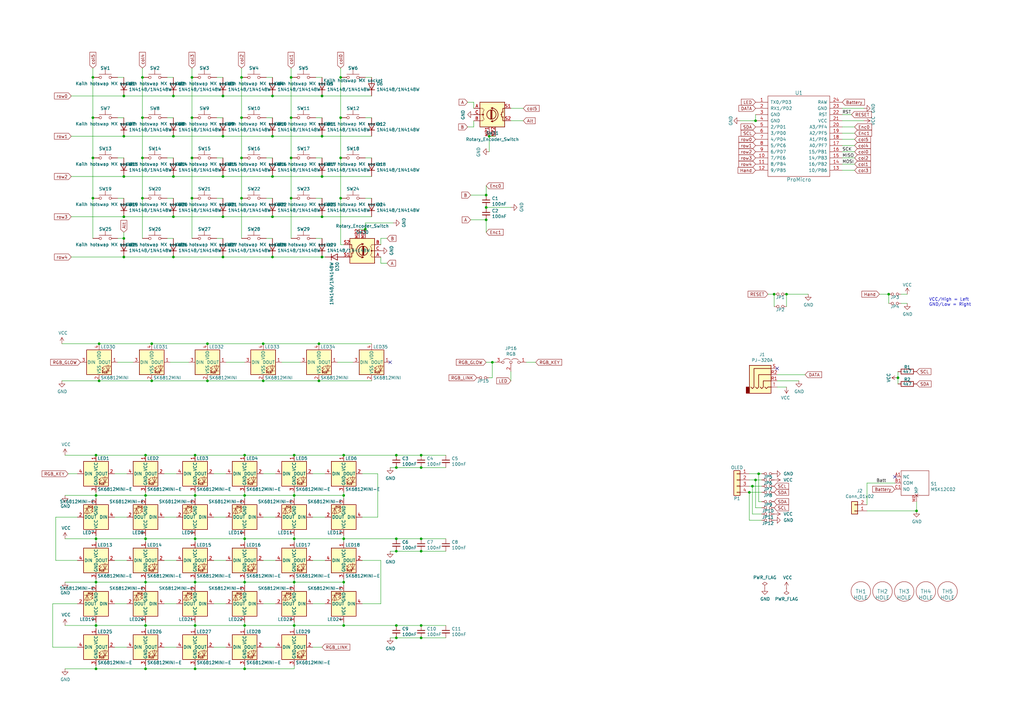
<source format=kicad_sch>
(kicad_sch (version 20211123) (generator eeschema)
  (paper "A3")
  (title_block (title "Lotus 58 Glow") (date "2021-12-17") (rev "v1.23") (company "Markus Knutsson <markus.knutsson@tweety.se>") (comment 1 "https://github.com/TweetyDaBird") (comment 2 "Licensed under CERN-OHL-S v2 or any superseding version"))
  (junction (at 119.38 48.26))
  (junction (at 50.8 97.79))
  (junction (at 59.69 274.32))
  (junction (at 132.08 88.9))
  (junction (at 59.69 220.98))
  (junction (at 100.33 256.54))
  (junction (at 307.34 201.93))
  (junction (at 85.09 140.97))
  (junction (at 130.81 140.97))
  (junction (at 80.01 220.98))
  (junction (at 91.44 105.41))
  (junction (at 139.7 48.26))
  (junction (at 162.56 261.62))
  (junction (at 100.33 203.2))
  (junction (at 58.42 81.28))
  (junction (at 80.01 186.69))
  (junction (at 78.74 81.28))
  (junction (at 199.39 90.17))
  (junction (at 172.72 261.62))
  (junction (at 111.76 55.88))
  (junction (at 132.08 55.88))
  (junction (at 39.37 186.69))
  (junction (at 368.3 154.94))
  (junction (at 85.09 156.21))
  (junction (at 59.69 256.54))
  (junction (at 50.8 105.41))
  (junction (at 172.72 186.69))
  (junction (at 199.39 85.09))
  (junction (at 80.01 274.32))
  (junction (at 111.76 39.37))
  (junction (at 111.76 72.39))
  (junction (at 200.66 55.88))
  (junction (at 119.38 31.75))
  (junction (at 58.42 48.26))
  (junction (at 172.72 220.98))
  (junction (at 99.06 31.75))
  (junction (at 71.12 72.39))
  (junction (at 38.1 48.26))
  (junction (at 140.97 238.76))
  (junction (at 50.8 39.37))
  (junction (at 58.42 31.75))
  (junction (at 149.86 93.98))
  (junction (at 50.8 72.39))
  (junction (at 139.7 64.77))
  (junction (at 71.12 55.88))
  (junction (at 99.06 81.28))
  (junction (at 201.93 148.59))
  (junction (at 59.69 186.69))
  (junction (at 39.37 220.98))
  (junction (at 71.12 39.37))
  (junction (at 50.8 88.9))
  (junction (at 107.95 156.21))
  (junction (at 140.97 220.98))
  (junction (at 100.33 186.69))
  (junction (at 58.42 64.77))
  (junction (at 38.1 31.75))
  (junction (at 50.8 55.88))
  (junction (at 172.72 191.77))
  (junction (at 111.76 105.41))
  (junction (at 140.97 256.54))
  (junction (at 39.37 238.76))
  (junction (at 39.37 274.32))
  (junction (at 91.44 55.88))
  (junction (at 317.5 120.65))
  (junction (at 38.1 64.77))
  (junction (at 375.92 209.55))
  (junction (at 162.56 226.06))
  (junction (at 162.56 220.98))
  (junction (at 364.49 120.65))
  (junction (at 71.12 105.41))
  (junction (at 78.74 64.77))
  (junction (at 120.65 256.54))
  (junction (at 120.65 220.98))
  (junction (at 39.37 256.54))
  (junction (at 111.76 88.9))
  (junction (at 59.69 203.2))
  (junction (at 80.01 238.76))
  (junction (at 199.39 80.01))
  (junction (at 120.65 186.69))
  (junction (at 91.44 39.37))
  (junction (at 311.15 194.31))
  (junction (at 132.08 72.39))
  (junction (at 120.65 203.2))
  (junction (at 132.08 39.37))
  (junction (at 119.38 64.77))
  (junction (at 132.08 105.41))
  (junction (at 120.65 238.76))
  (junction (at 322.58 120.65))
  (junction (at 309.88 49.53))
  (junction (at 309.88 196.85))
  (junction (at 140.97 203.2))
  (junction (at 39.37 203.2))
  (junction (at 100.33 220.98))
  (junction (at 78.74 31.75))
  (junction (at 172.72 226.06))
  (junction (at 308.61 199.39))
  (junction (at 80.01 203.2))
  (junction (at 99.06 64.77))
  (junction (at 78.74 48.26))
  (junction (at 162.56 186.69))
  (junction (at 172.72 256.54))
  (junction (at 80.01 256.54))
  (junction (at 99.06 48.26))
  (junction (at 162.56 191.77))
  (junction (at 91.44 72.39))
  (junction (at 40.64 140.97))
  (junction (at 100.33 238.76))
  (junction (at 130.81 156.21))
  (junction (at 139.7 31.75))
  (junction (at 91.44 88.9))
  (junction (at 139.7 81.28))
  (junction (at 62.23 156.21))
  (junction (at 100.33 274.32))
  (junction (at 107.95 140.97))
  (junction (at 62.23 140.97))
  (junction (at 38.1 81.28))
  (junction (at 162.56 256.54))
  (junction (at 140.97 186.69))
  (junction (at 71.12 88.9))
  (junction (at 119.38 81.28))
  (junction (at 40.64 156.21))
  (junction (at 59.69 238.76))
  (no_connect (at 160.02 148.59))
  (no_connect (at 367.03 195.58))
  (no_connect (at 318.77 151.13))
  (wire (pts (xy 107.95 156.21) (xy 130.81 156.21)))
  (wire (pts (xy 345.44 59.69) (xy 350.52 59.69)))
  (wire (pts (xy 140.97 203.2) (xy 140.97 201.93)))
  (wire (pts (xy 307.34 194.31) (xy 311.15 194.31)))
  (wire (pts (xy 120.65 203.2) (xy 120.65 201.93)))
  (wire (pts (xy 25.4 156.21) (xy 40.64 156.21)))
  (wire (pts (xy 80.01 238.76) (xy 100.33 238.76)))
  (wire (pts (xy 120.65 186.69) (xy 140.97 186.69)))
  (wire (pts (xy 132.08 48.26) (xy 129.54 48.26)))
  (wire (pts (xy 162.56 220.98) (xy 172.72 220.98)))
  (wire (pts (xy 199.39 80.01) (xy 199.39 76.2)))
  (wire (pts (xy 120.65 222.25) (xy 120.65 220.98)))
  (wire (pts (xy 109.22 31.75) (xy 111.76 31.75)))
  (wire (pts (xy 107.95 265.43) (xy 113.03 265.43)))
  (wire (pts (xy 107.95 194.31) (xy 113.03 194.31)))
  (wire (pts (xy 128.27 229.87) (xy 133.35 229.87)))
  (wire (pts (xy 67.31 212.09) (xy 72.39 212.09)))
  (wire (pts (xy 68.58 64.77) (xy 71.12 64.77)))
  (wire (pts (xy 67.31 247.65) (xy 72.39 247.65)))
  (wire (pts (xy 162.56 191.77) (xy 172.72 191.77)))
  (wire (pts (xy 80.01 220.98) (xy 80.01 222.25)))
  (wire (pts (xy 39.37 274.32) (xy 39.37 273.05)))
  (wire (pts (xy 209.55 49.53) (xy 214.63 49.53)))
  (wire (pts (xy 162.56 186.69) (xy 172.72 186.69)))
  (wire (pts (xy 130.81 140.97) (xy 152.4 140.97)))
  (wire (pts (xy 59.69 257.81) (xy 59.69 256.54)))
  (wire (pts (xy 318.77 153.67) (xy 330.2 153.67)))
  (wire (pts (xy 162.56 226.06) (xy 172.72 226.06)))
  (wire (pts (xy 140.97 220.98) (xy 140.97 222.25)))
  (wire (pts (xy 46.99 212.09) (xy 52.07 212.09)))
  (wire (pts (xy 128.27 194.31) (xy 133.35 194.31)))
  (wire (pts (xy 120.65 255.27) (xy 120.65 256.54)))
  (wire (pts (xy 21.59 247.65) (xy 21.59 265.43)))
  (wire (pts (xy 172.72 261.62) (xy 182.88 261.62)))
  (wire (pts (xy 209.55 152.4) (xy 209.55 156.21)))
  (wire (pts (xy 31.75 247.65) (xy 21.59 247.65)))
  (wire (pts (xy 87.63 212.09) (xy 92.71 212.09)))
  (wire (pts (xy 29.21 105.41) (xy 50.8 105.41)))
  (wire (pts (xy 162.56 261.62) (xy 172.72 261.62)))
  (wire (pts (xy 311.15 194.31) (xy 311.15 205.74)))
  (wire (pts (xy 87.63 229.87) (xy 92.71 229.87)))
  (wire (pts (xy 156.21 229.87) (xy 156.21 247.65)))
  (wire (pts (xy 68.58 31.75) (xy 71.12 31.75)))
  (wire (pts (xy 59.69 220.98) (xy 80.01 220.98)))
  (wire (pts (xy 367.03 198.12) (xy 355.6 198.12)))
  (wire (pts (xy 80.01 186.69) (xy 100.33 186.69)))
  (wire (pts (xy 50.8 81.28) (xy 48.26 81.28)))
  (wire (pts (xy 193.04 80.01) (xy 199.39 80.01)))
  (wire (pts (xy 91.44 97.79) (xy 88.9 97.79)))
  (wire (pts (xy 87.63 194.31) (xy 92.71 194.31)))
  (wire (pts (xy 25.4 140.97) (xy 40.64 140.97)))
  (wire (pts (xy 132.08 55.88) (xy 152.4 55.88)))
  (wire (pts (xy 78.74 48.26) (xy 78.74 64.77)))
  (wire (pts (xy 162.56 191.77) (xy 160.02 191.77)))
  (wire (pts (xy 172.72 226.06) (xy 182.88 226.06)))
  (wire (pts (xy 39.37 220.98) (xy 26.67 220.98)))
  (wire (pts (xy 120.65 256.54) (xy 140.97 256.54)))
  (wire (pts (xy 38.1 27.94) (xy 38.1 31.75)))
  (wire (pts (xy 88.9 31.75) (xy 91.44 31.75)))
  (wire (pts (xy 132.08 105.41) (xy 133.35 105.41)))
  (wire (pts (xy 99.06 31.75) (xy 99.06 48.26)))
  (wire (pts (xy 59.69 220.98) (xy 59.69 222.25)))
  (wire (pts (xy 99.06 27.94) (xy 99.06 31.75)))
  (wire (pts (xy 26.67 186.69) (xy 39.37 186.69)))
  (wire (pts (xy 355.6 198.12) (xy 355.6 207.01)))
  (wire (pts (xy 78.74 64.77) (xy 78.74 81.28)))
  (wire (pts (xy 27.94 194.31) (xy 31.75 194.31)))
  (wire (pts (xy 46.99 194.31) (xy 52.07 194.31)))
  (wire (pts (xy 39.37 203.2) (xy 39.37 204.47)))
  (wire (pts (xy 80.01 237.49) (xy 80.01 238.76)))
  (wire (pts (xy 201.93 148.59) (xy 203.2 148.59)))
  (wire (pts (xy 29.21 55.88) (xy 50.8 55.88)))
  (wire (pts (xy 50.8 55.88) (xy 71.12 55.88)))
  (wire (pts (xy 59.69 255.27) (xy 59.69 256.54)))
  (wire (pts (xy 48.26 64.77) (xy 50.8 64.77)))
  (wire (pts (xy 78.74 31.75) (xy 78.74 48.26)))
  (wire (pts (xy 80.01 203.2) (xy 59.69 203.2)))
  (wire (pts (xy 31.75 229.87) (xy 22.86 229.87)))
  (wire (pts (xy 309.88 49.53) (xy 303.53 49.53)))
  (wire (pts (xy 115.57 148.59) (xy 123.19 148.59)))
  (wire (pts (xy 100.33 203.2) (xy 100.33 201.93)))
  (wire (pts (xy 39.37 240.03) (xy 39.37 238.76)))
  (wire (pts (xy 71.12 105.41) (xy 91.44 105.41)))
  (wire (pts (xy 345.44 52.07) (xy 350.52 52.07)))
  (wire (pts (xy 111.76 64.77) (xy 109.22 64.77)))
  (wire (pts (xy 50.8 95.25) (xy 50.8 97.79)))
  (wire (pts (xy 39.37 220.98) (xy 39.37 222.25)))
  (wire (pts (xy 312.42 194.31) (xy 311.15 194.31)))
  (wire (pts (xy 149.86 64.77) (xy 152.4 64.77)))
  (wire (pts (xy 312.42 196.85) (xy 309.88 196.85)))
  (wire (pts (xy 307.34 201.93) (xy 312.42 201.93)))
  (wire (pts (xy 78.74 81.28) (xy 78.74 97.79)))
  (wire (pts (xy 80.01 203.2) (xy 100.33 203.2)))
  (wire (pts (xy 46.99 265.43) (xy 52.07 265.43)))
  (wire (pts (xy 158.75 107.95) (xy 156.21 107.95)))
  (wire (pts (xy 100.33 220.98) (xy 100.33 222.25)))
  (wire (pts (xy 39.37 201.93) (xy 39.37 203.2)))
  (wire (pts (xy 200.66 62.23) (xy 200.66 55.88)))
  (wire (pts (xy 318.77 156.21) (xy 327.66 156.21)))
  (wire (pts (xy 71.12 72.39) (xy 91.44 72.39)))
  (wire (pts (xy 50.8 88.9) (xy 71.12 88.9)))
  (wire (pts (xy 309.88 46.99) (xy 309.88 49.53)))
  (wire (pts (xy 99.06 64.77) (xy 99.06 81.28)))
  (wire (pts (xy 156.21 107.95) (xy 156.21 105.41)))
  (wire (pts (xy 199.39 95.25) (xy 199.39 90.17)))
  (wire (pts (xy 209.55 44.45) (xy 214.63 44.45)))
  (wire (pts (xy 130.81 156.21) (xy 152.4 156.21)))
  (wire (pts (xy 119.38 81.28) (xy 119.38 97.79)))
  (wire (pts (xy 85.09 156.21) (xy 107.95 156.21)))
  (wire (pts (xy 201.93 154.94) (xy 201.93 148.59)))
  (wire (pts (xy 39.37 219.71) (xy 39.37 220.98)))
  (wire (pts (xy 191.77 52.07) (xy 194.31 52.07)))
  (wire (pts (xy 161.29 91.44) (xy 149.86 91.44)))
  (wire (pts (xy 78.74 27.94) (xy 78.74 31.75)))
  (wire (pts (xy 345.44 49.53) (xy 354.33 49.53)))
  (wire (pts (xy 71.12 55.88) (xy 91.44 55.88)))
  (wire (pts (xy 119.38 31.75) (xy 119.38 48.26)))
  (wire (pts (xy 59.69 274.32) (xy 39.37 274.32)))
  (wire (pts (xy 99.06 48.26) (xy 99.06 64.77)))
  (wire (pts (xy 85.09 140.97) (xy 107.95 140.97)))
  (wire (pts (xy 92.71 148.59) (xy 100.33 148.59)))
  (wire (pts (xy 149.86 81.28) (xy 152.4 81.28)))
  (wire (pts (xy 100.33 203.2) (xy 120.65 203.2)))
  (wire (pts (xy 21.59 265.43) (xy 31.75 265.43)))
  (wire (pts (xy 62.23 156.21) (xy 85.09 156.21)))
  (wire (pts (xy 139.7 31.75) (xy 139.7 48.26)))
  (wire (pts (xy 69.85 148.59) (xy 77.47 148.59)))
  (wire (pts (xy 140.97 186.69) (xy 162.56 186.69)))
  (wire (pts (xy 345.44 54.61) (xy 350.52 54.61)))
  (wire (pts (xy 100.33 274.32) (xy 80.01 274.32)))
  (wire (pts (xy 109.22 81.28) (xy 111.76 81.28)))
  (wire (pts (xy 119.38 48.26) (xy 119.38 64.77)))
  (wire (pts (xy 80.01 274.32) (xy 80.01 273.05)))
  (wire (pts (xy 71.12 48.26) (xy 68.58 48.26)))
  (wire (pts (xy 100.33 256.54) (xy 100.33 255.27)))
  (wire (pts (xy 140.97 220.98) (xy 162.56 220.98)))
  (wire (pts (xy 345.44 44.45) (xy 354.33 44.45)))
  (wire (pts (xy 67.31 229.87) (xy 72.39 229.87)))
  (wire (pts (xy 201.93 154.94) (xy 200.66 154.94)))
  (wire (pts (xy 91.44 88.9) (xy 111.76 88.9)))
  (wire (pts (xy 80.01 257.81) (xy 80.01 256.54)))
  (wire (pts (xy 317.5 120.65) (xy 317.5 125.73)))
  (wire (pts (xy 119.38 64.77) (xy 119.38 81.28)))
  (wire (pts (xy 148.59 247.65) (xy 156.21 247.65)))
  (wire (pts (xy 100.33 238.76) (xy 120.65 238.76)))
  (wire (pts (xy 58.42 27.94) (xy 58.42 31.75)))
  (wire (pts (xy 26.67 256.54) (xy 39.37 256.54)))
  (wire (pts (xy 200.66 55.88) (xy 203.2 55.88)))
  (wire (pts (xy 99.06 81.28) (xy 99.06 97.79)))
  (wire (pts (xy 147.32 93.98) (xy 149.86 93.98)))
  (wire (pts (xy 48.26 148.59) (xy 54.61 148.59)))
  (wire (pts (xy 100.33 257.81) (xy 100.33 256.54)))
  (wire (pts (xy 29.21 88.9) (xy 50.8 88.9)))
  (wire (pts (xy 46.99 247.65) (xy 52.07 247.65)))
  (wire (pts (xy 132.08 97.79) (xy 129.54 97.79)))
  (wire (pts (xy 88.9 48.26) (xy 91.44 48.26)))
  (wire (pts (xy 140.97 237.49) (xy 140.97 238.76)))
  (wire (pts (xy 107.95 247.65) (xy 113.03 247.65)))
  (wire (pts (xy 111.76 97.79) (xy 109.22 97.79)))
  (wire (pts (xy 80.01 203.2) (xy 80.01 204.47)))
  (wire (pts (xy 120.65 274.32) (xy 100.33 274.32)))
  (wire (pts (xy 26.67 238.76) (xy 39.37 238.76)))
  (wire (pts (xy 140.97 220.98) (xy 140.97 219.71)))
  (wire (pts (xy 100.33 204.47) (xy 100.33 203.2)))
  (wire (pts (xy 149.86 31.75) (xy 152.4 31.75)))
  (wire (pts (xy 140.97 203.2) (xy 140.97 204.47)))
  (wire (pts (xy 372.11 124.46) (xy 369.57 124.46)))
  (wire (pts (xy 120.65 204.47) (xy 120.65 203.2)))
  (wire (pts (xy 345.44 62.23) (xy 350.52 62.23)))
  (wire (pts (xy 107.95 140.97) (xy 130.81 140.97)))
  (wire (pts (xy 87.63 247.65) (xy 92.71 247.65)))
  (wire (pts (xy 191.77 41.91) (xy 194.31 41.91)))
  (wire (pts (xy 193.04 90.17) (xy 199.39 90.17)))
  (wire (pts (xy 59.69 186.69) (xy 80.01 186.69)))
  (wire (pts (xy 162.56 261.62) (xy 160.02 261.62)))
  (wire (pts (xy 120.65 238.76) (xy 140.97 238.76)))
  (wire (pts (xy 364.49 124.46) (xy 364.49 120.65)))
  (wire (pts (xy 80.01 220.98) (xy 80.01 219.71)))
  (wire (pts (xy 199.39 85.09) (xy 209.55 85.09)))
  (wire (pts (xy 345.44 67.31) (xy 350.52 67.31)))
  (wire (pts (xy 67.31 265.43) (xy 72.39 265.43)))
  (wire (pts (xy 22.86 229.87) (xy 22.86 212.09)))
  (wire (pts (xy 162.56 256.54) (xy 172.72 256.54)))
  (wire (pts (xy 314.96 120.65) (xy 317.5 120.65)))
  (wire (pts (xy 194.31 52.07) (xy 194.31 49.53)))
  (wire (pts (xy 50.8 105.41) (xy 71.12 105.41)))
  (wire (pts (xy 87.63 265.43) (xy 92.71 265.43)))
  (wire (pts (xy 59.69 274.32) (xy 59.69 273.05)))
  (wire (pts (xy 132.08 31.75) (xy 129.54 31.75)))
  (wire (pts (xy 39.37 203.2) (xy 26.67 203.2)))
  (wire (pts (xy 91.44 81.28) (xy 88.9 81.28)))
  (wire (pts (xy 111.76 55.88) (xy 132.08 55.88)))
  (wire (pts (xy 375.92 209.55) (xy 375.92 205.74)))
  (wire (pts (xy 132.08 72.39) (xy 152.4 72.39)))
  (wire (pts (xy 59.69 203.2) (xy 59.69 201.93)))
  (wire (pts (xy 345.44 69.85) (xy 350.52 69.85)))
  (wire (pts (xy 39.37 186.69) (xy 59.69 186.69)))
  (wire (pts (xy 29.21 39.37) (xy 50.8 39.37)))
  (wire (pts (xy 149.86 91.44) (xy 149.86 93.98)))
  (wire (pts (xy 139.7 64.77) (xy 139.7 81.28)))
  (wire (pts (xy 120.65 257.81) (xy 120.65 256.54)))
  (wire (pts (xy 368.3 154.94) (xy 368.3 157.48)))
  (wire (pts (xy 360.68 120.65) (xy 364.49 120.65)))
  (wire (pts (xy 322.58 120.65) (xy 322.58 125.73)))
  (wire (pts (xy 152.4 48.26) (xy 149.86 48.26)))
  (wire (pts (xy 39.37 203.2) (xy 59.69 203.2)))
  (wire (pts (xy 100.33 237.49) (xy 100.33 238.76)))
  (wire (pts (xy 59.69 237.49) (xy 59.69 238.76)))
  (wire (pts (xy 120.65 203.2) (xy 140.97 203.2)))
  (wire (pts (xy 140.97 256.54) (xy 140.97 255.27)))
  (wire (pts (xy 91.44 105.41) (xy 111.76 105.41)))
  (wire (pts (xy 111.76 72.39) (xy 132.08 72.39)))
  (wire (pts (xy 100.33 220.98) (xy 120.65 220.98)))
  (wire (pts (xy 120.65 274.32) (xy 120.65 273.05)))
  (wire (pts (xy 345.44 46.99) (xy 349.25 46.99)))
  (wire (pts (xy 120.65 220.98) (xy 120.65 219.71)))
  (wire (pts (xy 62.23 140.97) (xy 85.09 140.97)))
  (wire (pts (xy 140.97 256.54) (xy 162.56 256.54)))
  (wire (pts (xy 368.3 152.4) (xy 368.3 154.94)))
  (wire (pts (xy 148.59 229.87) (xy 156.21 229.87)))
  (wire (pts (xy 154.94 194.31) (xy 154.94 212.09)))
  (wire (pts (xy 91.44 72.39) (xy 111.76 72.39)))
  (wire (pts (xy 80.01 201.93) (xy 80.01 203.2)))
  (wire (pts (xy 172.72 186.69) (xy 182.88 186.69)))
  (wire (pts (xy 91.44 39.37) (xy 111.76 39.37)))
  (wire (pts (xy 58.42 81.28) (xy 58.42 97.79)))
  (wire (pts (xy 59.69 220.98) (xy 59.69 219.71)))
  (wire (pts (xy 59.69 204.47) (xy 59.69 203.2)))
  (wire (pts (xy 172.72 256.54) (xy 182.88 256.54)))
  (wire (pts (xy 80.01 240.03) (xy 80.01 238.76)))
  (wire (pts (xy 132.08 265.43) (xy 128.27 265.43)))
  (wire (pts (xy 67.31 194.31) (xy 72.39 194.31)))
  (wire (pts (xy 158.75 97.79) (xy 156.21 97.79)))
  (wire (pts (xy 120.65 220.98) (xy 140.97 220.98)))
  (wire (pts (xy 331.47 120.65) (xy 322.58 120.65)))
  (wire (pts (xy 162.56 226.06) (xy 160.02 226.06)))
  (wire (pts (xy 80.01 256.54) (xy 80.01 255.27)))
  (wire (pts (xy 318.77 158.75) (xy 322.58 158.75)))
  (wire (pts (xy 71.12 39.37) (xy 91.44 39.37)))
  (wire (pts (xy 46.99 229.87) (xy 52.07 229.87)))
  (wire (pts (xy 39.37 255.27) (xy 39.37 256.54)))
  (wire (pts (xy 369.57 120.65) (xy 372.11 120.65)))
  (wire (pts (xy 38.1 48.26) (xy 38.1 64.77)))
  (wire (pts (xy 148.59 212.09) (xy 154.94 212.09)))
  (wire (pts (xy 128.27 247.65) (xy 133.35 247.65)))
  (wire (pts (xy 39.37 257.81) (xy 39.37 256.54)))
  (wire (pts (xy 80.01 220.98) (xy 100.33 220.98)))
  (wire (pts (xy 59.69 256.54) (xy 80.01 256.54)))
  (wire (pts (xy 38.1 81.28) (xy 38.1 97.79)))
  (wire (pts (xy 59.69 238.76) (xy 80.01 238.76)))
  (wire (pts (xy 107.95 212.09) (xy 113.03 212.09)))
  (wire (pts (xy 119.38 27.94) (xy 119.38 31.75)))
  (wire (pts (xy 139.7 48.26) (xy 139.7 64.77)))
  (wire (pts (xy 139.7 27.94) (xy 139.7 31.75)))
  (wire (pts (xy 139.7 81.28) (xy 139.7 100.33)))
  (wire (pts (xy 80.01 274.32) (xy 59.69 274.32)))
  (wire (pts (xy 132.08 39.37) (xy 152.4 39.37)))
  (wire (pts (xy 100.33 186.69) (xy 120.65 186.69)))
  (wire (pts (xy 100.33 274.32) (xy 100.33 273.05)))
  (wire (pts (xy 50.8 39.37) (xy 71.12 39.37)))
  (wire (pts (xy 308.61 199.39) (xy 312.42 199.39)))
  (wire (pts (xy 132.08 88.9) (xy 152.4 88.9)))
  (wire (pts (xy 100.33 256.54) (xy 120.65 256.54)))
  (wire (pts (xy 71.12 88.9) (xy 91.44 88.9)))
  (wire (pts (xy 120.65 240.03) (xy 120.65 238.76)))
  (wire (pts (xy 71.12 81.28) (xy 68.58 81.28)))
  (wire (pts (xy 22.86 212.09) (xy 31.75 212.09)))
  (wire (pts (xy 39.37 274.32) (xy 26.67 274.32)))
  (wire (pts (xy 309.88 196.85) (xy 309.88 208.28)))
  (wire (pts (xy 308.61 210.82) (xy 308.61 199.39)))
  (wire (pts (xy 172.72 220.98) (xy 182.88 220.98)))
  (wire (pts (xy 40.64 156.21) (xy 62.23 156.21)))
  (wire (pts (xy 39.37 238.76) (xy 59.69 238.76)))
  (wire (pts (xy 307.34 213.36) (xy 312.42 213.36)))
  (wire (pts (xy 307.34 201.93) (xy 307.34 213.36)))
  (wire (pts (xy 58.42 64.77) (xy 58.42 81.28)))
  (wire (pts (xy 156.21 97.79) (xy 156.21 100.33)))
  (wire (pts (xy 107.95 229.87) (xy 113.03 229.87)))
  (wire (pts (xy 132.08 64.77) (xy 129.54 64.77)))
  (wire (pts (xy 139.7 100.33) (xy 140.97 100.33)))
  (wire (pts (xy 71.12 97.79) (xy 68.58 97.79)))
  (wire (pts (xy 307.34 196.85) (xy 309.88 196.85)))
  (wire (pts (xy 50.8 48.26) (xy 48.26 48.26)))
  (wire (pts (xy 345.44 64.77) (xy 350.52 64.77)))
  (wire (pts (xy 199.39 148.59) (xy 201.93 148.59)))
  (wire (pts (xy 312.42 205.74) (xy 311.15 205.74)))
  (wire (pts (xy 312.42 210.82) (xy 308.61 210.82)))
  (wire (pts (xy 100.33 238.76) (xy 100.33 240.03)))
  (wire (pts (xy 111.76 48.26) (xy 109.22 48.26)))
  (wire (pts (xy 88.9 64.77) (xy 91.44 64.77)))
  (wire (pts (xy 138.43 148.59) (xy 144.78 148.59)))
  (wire (pts (xy 50.8 31.75) (xy 48.26 31.75)))
  (wire (pts (xy 148.59 194.31) (xy 154.94 194.31)))
  (wire (pts (xy 80.01 256.54) (xy 100.33 256.54)))
  (wire (pts (xy 120.65 237.49) (xy 120.65 238.76)))
  (wire (pts (xy 111.76 105.41) (xy 132.08 105.41)))
  (wire (pts (xy 50.8 72.39) (xy 71.12 72.39)))
  (wire (pts (xy 132.08 81.28) (xy 129.54 81.28)))
  (wire (pts (xy 111.76 88.9) (xy 132.08 88.9)))
  (wire (pts (xy 39.37 220.98) (xy 59.69 220.98)))
  (wire (pts (xy 219.71 148.59) (xy 215.9 148.59)))
  (wire (pts (xy 58.42 31.75) (xy 58.42 48.26)))
  (wire (pts (xy 29.21 72.39) (xy 50.8 72.39)))
  (wire (pts (xy 59.69 238.76) (xy 59.69 240.03)))
  (wire (pts (xy 39.37 256.54) (xy 59.69 256.54)))
  (wire (pts (xy 100.33 220.98) (xy 100.33 219.71)))
  (wire (pts (xy 355.6 209.55) (xy 375.92 209.55)))
  (wire (pts (xy 91.44 55.88) (xy 111.76 55.88)))
  (wire (pts (xy 194.31 41.91) (xy 194.31 44.45)))
  (wire (pts (xy 309.88 208.28) (xy 312.42 208.28)))
  (wire (pts (xy 39.37 237.49) (xy 39.37 238.76)))
  (wire (pts (xy 345.44 57.15) (xy 350.52 57.15)))
  (wire (pts (xy 40.64 140.97) (xy 62.23 140.97)))
  (wire (pts (xy 172.72 191.77) (xy 182.88 191.77)))
  (wire (pts (xy 48.26 97.79) (xy 50.8 97.79)))
  (wire (pts (xy 307.34 199.39) (xy 308.61 199.39)))
  (wire (pts (xy 140.97 238.76) (xy 140.97 240.03)))
  (wire (pts (xy 38.1 31.75) (xy 38.1 48.26)))
  (wire (pts (xy 111.76 39.37) (xy 132.08 39.37)))
  (wire (pts (xy 58.42 48.26) (xy 58.42 64.77)))
  (wire (pts (xy 38.1 64.77) (xy 38.1 81.28)))
  (wire (pts (xy 128.27 212.09) (xy 133.35 212.09)))
  (text "VCC/High = Left\nGND/Low = Right" (at 381 125.73 0) (effects (font (size 1.27 1.27)) (justify left bottom)))
  (label "MOSI" (at 345.44 67.31 0))
  (label "SCK" (at 345.44 62.23 0))
  (label "Batt" (at 359.41 198.12 0))
  (label "RST" (at 345.44 46.99 0))
  (label "MISO" (at 345.44 64.77 0))
  (global_label "A" (shape input) (at 193.04 90.17 180) (property "Intersheet References" "${INTERSHEET_REFS}" (effects hide)))
  (global_label "Alt" (shape input) (at 50.8 95.25 90) (property "Intersheet References" "${INTERSHEET_REFS}" (effects hide)))
  (global_label "col2" (shape input) (at 350.52 64.77 0) (property "Intersheet References" "${INTERSHEET_REFS}" (effects hide)))
  (global_label "RESET" (shape input) (at 314.96 120.65 180) (property "Intersheet References" "${INTERSHEET_REFS}" (effects hide)))
  (global_label "row2" (shape input) (at 309.88 62.23 180) (property "Intersheet References" "${INTERSHEET_REFS}" (effects hide)))
  (global_label "RESET" (shape input) (at 349.25 46.99 0) (property "Intersheet References" "${INTERSHEET_REFS}" (effects hide)))
  (global_label "col4" (shape input) (at 58.42 27.94 90) (property "Intersheet References" "${INTERSHEET_REFS}" (effects hide)))
  (global_label "row1" (shape input) (at 309.88 59.69 180) (property "Intersheet References" "${INTERSHEET_REFS}" (effects hide)))
  (global_label "RGB_GLOW" (shape input) (at 33.02 148.59 180) (property "Intersheet References" "${INTERSHEET_REFS}" (effects hide)))
  (global_label "SCL" (shape input) (at 375.92 152.4 0) (property "Intersheet References" "${INTERSHEET_REFS}" (effects hide)))
  (global_label "Battery" (shape input) (at 345.44 41.91 0) (property "Intersheet References" "${INTERSHEET_REFS}" (effects hide)))
  (global_label "RGB_GLOW" (shape input) (at 199.39 148.59 180) (property "Intersheet References" "${INTERSHEET_REFS}" (effects hide)))
  (global_label "SDA" (shape input) (at 375.92 157.48 0) (property "Intersheet References" "${INTERSHEET_REFS}" (effects hide)))
  (global_label "Enc1" (shape input) (at 199.39 95.25 0) (property "Intersheet References" "${INTERSHEET_REFS}" (effects hide)))
  (global_label "RGB_KEY" (shape input) (at 219.71 148.59 0) (property "Intersheet References" "${INTERSHEET_REFS}" (effects hide)))
  (global_label "RGB_LINK" (shape input) (at 195.58 154.94 180) (property "Intersheet References" "${INTERSHEET_REFS}" (effects hide)))
  (global_label "row3" (shape input) (at 29.21 88.9 180) (property "Intersheet References" "${INTERSHEET_REFS}" (effects hide)))
  (global_label "SDA" (shape input) (at 317.5 205.74 0) (property "Intersheet References" "${INTERSHEET_REFS}" (effects hide)))
  (global_label "row3" (shape input) (at 309.88 64.77 180) (property "Intersheet References" "${INTERSHEET_REFS}" (effects hide)))
  (global_label "SCL" (shape input) (at 309.88 54.61 180) (property "Intersheet References" "${INTERSHEET_REFS}" (effects hide)))
  (global_label "SDA" (shape input) (at 317.5 201.93 0) (property "Intersheet References" "${INTERSHEET_REFS}" (effects hide)))
  (global_label "Enc0" (shape input) (at 350.52 52.07 0) (property "Intersheet References" "${INTERSHEET_REFS}" (effects hide)))
  (global_label "col4" (shape input) (at 350.52 59.69 0) (property "Intersheet References" "${INTERSHEET_REFS}" (effects hide)))
  (global_label "row1" (shape input) (at 29.21 55.88 180) (property "Intersheet References" "${INTERSHEET_REFS}" (effects hide)))
  (global_label "SCL" (shape input) (at 317.5 208.28 0) (property "Intersheet References" "${INTERSHEET_REFS}" (effects hide)))
  (global_label "RGB_LINK" (shape input) (at 132.08 265.43 0) (property "Intersheet References" "${INTERSHEET_REFS}" (effects hide)))
  (global_label "row2" (shape input) (at 29.21 72.39 180) (property "Intersheet References" "${INTERSHEET_REFS}" (effects hide)))
  (global_label "A" (shape input) (at 191.77 41.91 180) (property "Intersheet References" "${INTERSHEET_REFS}" (effects hide)))
  (global_label "col5" (shape input) (at 214.63 44.45 0) (property "Intersheet References" "${INTERSHEET_REFS}" (effects hide)))
  (global_label "col5" (shape input) (at 38.1 27.94 90) (property "Intersheet References" "${INTERSHEET_REFS}" (effects hide)))
  (global_label "col0" (shape input) (at 350.52 62.23 0) (property "Intersheet References" "${INTERSHEET_REFS}" (effects hide)))
  (global_label "col3" (shape input) (at 78.74 27.94 90) (property "Intersheet References" "${INTERSHEET_REFS}" (effects hide)))
  (global_label "Battery" (shape input) (at 367.03 200.66 180) (property "Intersheet References" "${INTERSHEET_REFS}" (effects hide)))
  (global_label "LED" (shape input) (at 309.88 41.91 180) (property "Intersheet References" "${INTERSHEET_REFS}" (effects hide)))
  (global_label "SCL" (shape input) (at 317.5 199.39 0) (property "Intersheet References" "${INTERSHEET_REFS}" (effects hide)))
  (global_label "Hand" (shape input) (at 309.88 69.85 180) (property "Intersheet References" "${INTERSHEET_REFS}" (effects hide)))
  (global_label "A" (shape input) (at 158.75 107.95 0) (property "Intersheet References" "${INTERSHEET_REFS}" (effects hide)))
  (global_label "row0" (shape input) (at 29.21 39.37 180) (property "Intersheet References" "${INTERSHEET_REFS}" (effects hide)))
  (global_label "SDA" (shape input) (at 309.88 52.07 180) (property "Intersheet References" "${INTERSHEET_REFS}" (effects hide)))
  (global_label "RGB_KEY" (shape input) (at 27.94 194.31 180) (property "Intersheet References" "${INTERSHEET_REFS}" (effects hide)))
  (global_label "Alt" (shape input) (at 214.63 49.53 0) (property "Intersheet References" "${INTERSHEET_REFS}" (effects hide)))
  (global_label "B" (shape input) (at 193.04 80.01 180) (property "Intersheet References" "${INTERSHEET_REFS}" (effects hide)))
  (global_label "col5" (shape input) (at 350.52 57.15 0) (property "Intersheet References" "${INTERSHEET_REFS}" (effects hide)))
  (global_label "DATA" (shape input) (at 330.2 153.67 0) (property "Intersheet References" "${INTERSHEET_REFS}" (effects hide)))
  (global_label "Enc0" (shape input) (at 199.39 76.2 0) (property "Intersheet References" "${INTERSHEET_REFS}" (effects hide)))
  (global_label "row4" (shape input) (at 29.21 105.41 180) (property "Intersheet References" "${INTERSHEET_REFS}" (effects hide)))
  (global_label "row0" (shape input) (at 309.88 57.15 180) (property "Intersheet References" "${INTERSHEET_REFS}" (effects hide)))
  (global_label "B" (shape input) (at 191.77 52.07 180) (property "Intersheet References" "${INTERSHEET_REFS}" (effects hide)))
  (global_label "B" (shape input) (at 158.75 97.79 0) (property "Intersheet References" "${INTERSHEET_REFS}" (effects hide)))
  (global_label "col1" (shape input) (at 350.52 67.31 0) (property "Intersheet References" "${INTERSHEET_REFS}" (effects hide)))
  (global_label "col1" (shape input) (at 119.38 27.94 90) (property "Intersheet References" "${INTERSHEET_REFS}" (effects hide)))
  (global_label "col0" (shape input) (at 139.7 27.94 90) (property "Intersheet References" "${INTERSHEET_REFS}" (effects hide)))
  (global_label "Hand" (shape input) (at 360.68 120.65 180) (property "Intersheet References" "${INTERSHEET_REFS}" (effects hide)))
  (global_label "col2" (shape input) (at 99.06 27.94 90) (property "Intersheet References" "${INTERSHEET_REFS}" (effects hide)))
  (global_label "DATA" (shape input) (at 309.88 44.45 180) (property "Intersheet References" "${INTERSHEET_REFS}" (effects hide)))
  (global_label "row4" (shape input) (at 309.88 67.31 180) (property "Intersheet References" "${INTERSHEET_REFS}" (effects hide)))
  (global_label "Enc1" (shape input) (at 350.52 54.61 0) (property "Intersheet References" "${INTERSHEET_REFS}" (effects hide)))
  (global_label "col3" (shape input) (at 350.52 69.85 0) (property "Intersheet References" "${INTERSHEET_REFS}" (effects hide)))
  (global_label "LED" (shape input) (at 209.55 156.21 180) (property "Intersheet References" "${INTERSHEET_REFS}" (effects hide)))
  (symbol (lib_id "keebio:ProMicro") (at 327.66 55.88 0) (unit 1)
    (property "Reference" "U1" (at 327.66 38.1 0) (effects (font (size 1.524 1.524))))
    (property "Value" "ProMicro" (at 327.66 73.66 0) (effects (font (size 1.524 1.524))))
    (property "Footprint" "Keyboard Library:ProMicro_Reversible" (effects hide))
  )
  (symbol (lib_id "Switch:SW_Push") (at 43.18 97.79 0) (unit 1)
    (property "Reference" "SW25" (at 43.18 93.98 0))
    (property "Value" "Kailh hotswap MX socket" (at 43.18 100.33 0))
    (property "Footprint" "keyswitches:Kailh_socket_MX_reversible_RGB" (effects hide))
  )
  (symbol (lib_id "Switch:SW_Push") (at 63.5 97.79 0) (unit 1)
    (property "Reference" "SW26" (at 63.5 93.98 0))
    (property "Value" "Kailh hotswap MX socket" (at 63.5 100.33 0))
    (property "Footprint" "keyswitches:Kailh_socket_MX_reversible_RGB" (effects hide))
  )
  (symbol (lib_id "Switch:SW_Push") (at 43.18 31.75 0) (unit 1)
    (property "Reference" "SW1" (at 43.18 27.94 0))
    (property "Value" "Kailh hotswap MX socket" (at 43.18 34.29 0))
    (property "Footprint" "keyswitches:Kailh_socket_MX_reversible_RGB" (effects hide))
  )
  (symbol (lib_id "Device:D") (at 50.8 35.56 90) (unit 1)
    (property "Reference" "D1" (at 52.8066 34.3916 90) (effects (justify right)))
    (property "Value" "1N4148/1N4148W" (at 52.8066 36.703 90) (effects (justify right)))
    (property "Footprint" "Keyboard Library:Diode_DO35_SOD123" (effects hide))
  )
  (symbol (lib_id "Switch:SW_Push") (at 63.5 31.75 0) (unit 1)
    (property "Reference" "SW2" (at 63.5 27.94 0))
    (property "Value" "Kailh hotswap MX socket" (at 63.5 34.29 0))
    (property "Footprint" "keyswitches:Kailh_socket_MX_reversible_RGB" (effects hide))
  )
  (symbol (lib_id "Device:D") (at 71.12 35.56 90) (unit 1)
    (property "Reference" "D2" (at 73.1266 34.3916 90) (effects (justify right)))
    (property "Value" "1N4148/1N4148W" (at 73.1266 36.703 90) (effects (justify right)))
    (property "Footprint" "Keyboard Library:Diode_DO35_SOD123" (effects hide))
  )
  (symbol (lib_id "Switch:SW_Push") (at 83.82 31.75 0) (unit 1)
    (property "Reference" "SW3" (at 83.82 27.94 0))
    (property "Value" "Kailh hotswap MX socket" (at 83.82 34.29 0))
    (property "Footprint" "keyswitches:Kailh_socket_MX_reversible_RGB" (effects hide))
  )
  (symbol (lib_id "Device:D") (at 91.44 35.56 90) (unit 1)
    (property "Reference" "D3" (at 93.4466 34.3916 90) (effects (justify right)))
    (property "Value" "1N4148/1N4148W" (at 93.4466 36.703 90) (effects (justify right)))
    (property "Footprint" "Keyboard Library:Diode_DO35_SOD123" (effects hide))
  )
  (symbol (lib_id "Switch:SW_Push") (at 104.14 31.75 0) (unit 1)
    (property "Reference" "SW4" (at 104.14 27.94 0))
    (property "Value" "Kailh hotswap MX socket" (at 104.14 34.29 0))
    (property "Footprint" "keyswitches:Kailh_socket_MX_reversible_RGB" (effects hide))
  )
  (symbol (lib_id "Device:D") (at 111.76 35.56 90) (unit 1)
    (property "Reference" "D4" (at 113.7666 34.3916 90) (effects (justify right)))
    (property "Value" "1N4148/1N4148W" (at 113.7666 36.703 90) (effects (justify right)))
    (property "Footprint" "Keyboard Library:Diode_DO35_SOD123" (effects hide))
  )
  (symbol (lib_id "Switch:SW_Push") (at 124.46 31.75 0) (unit 1)
    (property "Reference" "SW5" (at 124.46 27.94 0))
    (property "Value" "Kailh hotswap MX socket" (at 124.46 34.29 0))
    (property "Footprint" "keyswitches:Kailh_socket_MX_reversible_RGB" (effects hide))
  )
  (symbol (lib_id "Device:D") (at 132.08 35.56 90) (unit 1)
    (property "Reference" "D5" (at 134.0866 34.3916 90) (effects (justify right)))
    (property "Value" "1N4148/1N4148W" (at 134.0866 36.703 90) (effects (justify right)))
    (property "Footprint" "Keyboard Library:Diode_DO35_SOD123" (effects hide))
  )
  (symbol (lib_id "Switch:SW_Push") (at 144.78 31.75 0) (unit 1)
    (property "Reference" "SW6" (at 144.78 27.94 0))
    (property "Value" "Kailh hotswap MX socket" (at 144.78 33.02 0))
    (property "Footprint" "keyswitches:Kailh_socket_MX_reversible_RGB" (effects hide))
  )
  (symbol (lib_id "Device:D") (at 152.4 35.56 90) (unit 1)
    (property "Reference" "D6" (at 154.4066 34.3916 90) (effects (justify right)))
    (property "Value" "1N4148/1N4148W" (at 154.4066 36.703 90) (effects (justify right)))
    (property "Footprint" "Keyboard Library:Diode_DO35_SOD123" (effects hide))
  )
  (symbol (lib_id "Switch:SW_Push") (at 63.5 48.26 0) (unit 1)
    (property "Reference" "SW8" (at 63.5 44.45 0))
    (property "Value" "Kailh hotswap MX socket" (at 63.5 50.8 0))
    (property "Footprint" "keyswitches:Kailh_socket_MX_reversible_RGB" (effects hide))
  )
  (symbol (lib_id "Switch:SW_Push") (at 83.82 48.26 0) (unit 1)
    (property "Reference" "SW9" (at 83.82 44.45 0))
    (property "Value" "Kailh hotswap MX socket" (at 83.82 50.8 0))
    (property "Footprint" "keyswitches:Kailh_socket_MX_reversible_RGB" (effects hide))
  )
  (symbol (lib_id "Switch:SW_Push") (at 104.14 48.26 0) (unit 1)
    (property "Reference" "SW10" (at 104.14 44.45 0))
    (property "Value" "Kailh hotswap MX socket" (at 104.14 50.8 0))
    (property "Footprint" "keyswitches:Kailh_socket_MX_reversible_RGB" (effects hide))
  )
  (symbol (lib_id "Switch:SW_Push") (at 124.46 48.26 0) (unit 1)
    (property "Reference" "SW11" (at 124.46 44.45 0))
    (property "Value" "Kailh hotswap MX socket" (at 124.46 50.8 0))
    (property "Footprint" "keyswitches:Kailh_socket_MX_reversible_RGB" (effects hide))
  )
  (symbol (lib_id "Switch:SW_Push") (at 144.78 48.26 0) (unit 1)
    (property "Reference" "SW12" (at 144.78 44.45 0))
    (property "Value" "Kailh hotswap MX socket" (at 144.78 50.8 0))
    (property "Footprint" "keyswitches:Kailh_socket_MX_reversible_RGB" (effects hide))
  )
  (symbol (lib_id "Switch:SW_Push") (at 43.18 48.26 0) (unit 1)
    (property "Reference" "SW7" (at 43.18 44.45 0))
    (property "Value" "Kailh hotswap MX socket" (at 43.18 50.8 0))
    (property "Footprint" "keyswitches:Kailh_socket_MX_reversible_RGB" (effects hide))
  )
  (symbol (lib_id "Device:D") (at 50.8 52.07 90) (unit 1)
    (property "Reference" "D7" (at 52.8066 50.9016 90) (effects (justify right)))
    (property "Value" "1N4148/1N4148W" (at 52.8066 53.213 90) (effects (justify right)))
    (property "Footprint" "Keyboard Library:Diode_DO35_SOD123" (effects hide))
  )
  (symbol (lib_id "Device:D") (at 71.12 52.07 90) (unit 1)
    (property "Reference" "D8" (at 73.1266 50.9016 90) (effects (justify right)))
    (property "Value" "1N4148/1N4148W" (at 73.1266 53.213 90) (effects (justify right)))
    (property "Footprint" "Keyboard Library:Diode_DO35_SOD123" (effects hide))
  )
  (symbol (lib_id "Device:D") (at 91.44 52.07 90) (unit 1)
    (property "Reference" "D9" (at 93.4466 50.9016 90) (effects (justify right)))
    (property "Value" "1N4148/1N4148W" (at 93.4466 53.213 90) (effects (justify right)))
    (property "Footprint" "Keyboard Library:Diode_DO35_SOD123" (effects hide))
  )
  (symbol (lib_id "Device:D") (at 111.76 52.07 90) (unit 1)
    (property "Reference" "D10" (at 113.7666 50.9016 90) (effects (justify right)))
    (property "Value" "1N4148/1N4148W" (at 113.7666 53.213 90) (effects (justify right)))
    (property "Footprint" "Keyboard Library:Diode_DO35_SOD123" (effects hide))
  )
  (symbol (lib_id "Device:D") (at 132.08 52.07 90) (unit 1)
    (property "Reference" "D11" (at 134.0866 50.9016 90) (effects (justify right)))
    (property "Value" "1N4148/1N4148W" (at 134.0866 53.213 90) (effects (justify right)))
    (property "Footprint" "Keyboard Library:Diode_DO35_SOD123" (effects hide))
  )
  (symbol (lib_id "Device:D") (at 152.4 52.07 90) (unit 1)
    (property "Reference" "D12" (at 154.4066 50.9016 90) (effects (justify right)))
    (property "Value" "1N4148/1N4148W" (at 154.4066 53.213 90) (effects (justify right)))
    (property "Footprint" "Keyboard Library:Diode_DO35_SOD123" (effects hide))
  )
  (symbol (lib_id "Switch:SW_Push") (at 43.18 64.77 0) (unit 1)
    (property "Reference" "SW13" (at 43.18 60.96 0))
    (property "Value" "Kailh hotswap MX socket" (at 43.18 67.31 0))
    (property "Footprint" "keyswitches:Kailh_socket_MX_reversible_RGB" (effects hide))
  )
  (symbol (lib_id "Switch:SW_Push") (at 63.5 64.77 0) (unit 1)
    (property "Reference" "SW14" (at 63.5 60.96 0))
    (property "Value" "Kailh hotswap MX socket" (at 63.5 67.31 0))
    (property "Footprint" "keyswitches:Kailh_socket_MX_reversible_RGB" (effects hide))
  )
  (symbol (lib_id "Switch:SW_Push") (at 83.82 64.77 0) (unit 1)
    (property "Reference" "SW15" (at 83.82 60.96 0))
    (property "Value" "Kailh hotswap MX socket" (at 83.82 67.31 0))
    (property "Footprint" "keyswitches:Kailh_socket_MX_reversible_RGB" (effects hide))
  )
  (symbol (lib_id "Switch:SW_Push") (at 104.14 64.77 0) (unit 1)
    (property "Reference" "SW16" (at 104.14 60.96 0))
    (property "Value" "Kailh hotswap MX socket" (at 104.14 67.31 0))
    (property "Footprint" "keyswitches:Kailh_socket_MX_reversible_RGB" (effects hide))
  )
  (symbol (lib_id "Switch:SW_Push") (at 124.46 64.77 0) (unit 1)
    (property "Reference" "SW17" (at 124.46 60.96 0))
    (property "Value" "Kailh hotswap MX socket" (at 124.46 67.31 0))
    (property "Footprint" "keyswitches:Kailh_socket_MX_reversible_RGB" (effects hide))
  )
  (symbol (lib_id "Switch:SW_Push") (at 144.78 64.77 0) (unit 1)
    (property "Reference" "SW18" (at 144.78 60.96 0))
    (property "Value" "Kailh hotswap MX socket" (at 144.78 67.31 0))
    (property "Footprint" "keyswitches:Kailh_socket_MX_reversible_RGB" (effects hide))
  )
  (symbol (lib_id "Device:D") (at 50.8 68.58 90) (unit 1)
    (property "Reference" "D13" (at 52.8066 67.4116 90) (effects (justify right)))
    (property "Value" "1N4148/1N4148W" (at 52.8066 69.723 90) (effects (justify right)))
    (property "Footprint" "Keyboard Library:Diode_DO35_SOD123" (effects hide))
  )
  (symbol (lib_id "Device:D") (at 71.12 68.58 90) (unit 1)
    (property "Reference" "D14" (at 73.1266 67.4116 90) (effects (justify right)))
    (property "Value" "1N4148/1N4148W" (at 73.1266 69.723 90) (effects (justify right)))
    (property "Footprint" "Keyboard Library:Diode_DO35_SOD123" (effects hide))
  )
  (symbol (lib_id "Device:D") (at 91.44 68.58 90) (unit 1)
    (property "Reference" "D15" (at 93.4466 67.4116 90) (effects (justify right)))
    (property "Value" "1N4148/1N4148W" (at 93.4466 69.723 90) (effects (justify right)))
    (property "Footprint" "Keyboard Library:Diode_DO35_SOD123" (effects hide))
  )
  (symbol (lib_id "Device:D") (at 111.76 68.58 90) (unit 1)
    (property "Reference" "D16" (at 113.7666 67.4116 90) (effects (justify right)))
    (property "Value" "1N4148/1N4148W" (at 113.7666 69.723 90) (effects (justify right)))
    (property "Footprint" "Keyboard Library:Diode_DO35_SOD123" (effects hide))
  )
  (symbol (lib_id "Device:D") (at 132.08 68.58 90) (unit 1)
    (property "Reference" "D17" (at 134.0866 67.4116 90) (effects (justify right)))
    (property "Value" "1N4148/1N4148W" (at 134.0866 69.723 90) (effects (justify right)))
    (property "Footprint" "Keyboard Library:Diode_DO35_SOD123" (effects hide))
  )
  (symbol (lib_id "Device:D") (at 152.4 68.58 90) (unit 1)
    (property "Reference" "D18" (at 154.4066 67.4116 90) (effects (justify right)))
    (property "Value" "1N4148/1N4148W" (at 154.4066 69.723 90) (effects (justify right)))
    (property "Footprint" "Keyboard Library:Diode_DO35_SOD123" (effects hide))
  )
  (symbol (lib_id "Switch:SW_Push") (at 83.82 81.28 0) (unit 1)
    (property "Reference" "SW21" (at 83.82 77.47 0))
    (property "Value" "Kailh hotswap MX socket" (at 83.82 83.82 0))
    (property "Footprint" "keyswitches:Kailh_socket_MX_reversible_RGB" (effects hide))
  )
  (symbol (lib_id "Switch:SW_Push") (at 104.14 81.28 0) (unit 1)
    (property "Reference" "SW22" (at 104.14 77.47 0))
    (property "Value" "Kailh hotswap MX socket" (at 104.14 83.82 0))
    (property "Footprint" "keyswitches:Kailh_socket_MX_reversible_RGB" (effects hide))
  )
  (symbol (lib_id "Switch:SW_Push") (at 124.46 81.28 0) (unit 1)
    (property "Reference" "SW23" (at 124.46 77.47 0))
    (property "Value" "Kailh hotswap MX socket" (at 124.46 83.82 0))
    (property "Footprint" "keyswitches:Kailh_socket_MX_reversible_RGB" (effects hide))
  )
  (symbol (lib_id "Switch:SW_Push") (at 144.78 81.28 0) (unit 1)
    (property "Reference" "SW24" (at 144.78 77.47 0))
    (property "Value" "Kailh hotswap MX socket" (at 144.78 83.82 0))
    (property "Footprint" "keyswitches:Kailh_socket_MX_reversible_RGB" (effects hide))
  )
  (symbol (lib_id "Switch:SW_Push") (at 63.5 81.28 0) (unit 1)
    (property "Reference" "SW20" (at 63.5 77.47 0))
    (property "Value" "Kailh hotswap MX socket" (at 63.5 83.82 0))
    (property "Footprint" "keyswitches:Kailh_socket_MX_reversible_RGB" (effects hide))
  )
  (symbol (lib_id "Switch:SW_Push") (at 43.18 81.28 0) (unit 1)
    (property "Reference" "SW19" (at 43.18 77.47 0))
    (property "Value" "Kailh hotswap MX socket" (at 43.18 83.82 0))
    (property "Footprint" "keyswitches:Kailh_socket_MX_reversible_RGB" (effects hide))
  )
  (symbol (lib_id "Device:D") (at 50.8 85.09 90) (unit 1)
    (property "Reference" "D19" (at 52.8066 83.9216 90) (effects (justify right)))
    (property "Value" "1N4148/1N4148W" (at 52.8066 86.233 90) (effects (justify right)))
    (property "Footprint" "Keyboard Library:Diode_DO35_SOD123" (effects hide))
  )
  (symbol (lib_id "Device:D") (at 71.12 85.09 90) (unit 1)
    (property "Reference" "D20" (at 73.1266 83.9216 90) (effects (justify right)))
    (property "Value" "1N4148/1N4148W" (at 73.1266 86.233 90) (effects (justify right)))
    (property "Footprint" "Keyboard Library:Diode_DO35_SOD123" (effects hide))
  )
  (symbol (lib_id "Device:D") (at 91.44 85.09 90) (unit 1)
    (property "Reference" "D21" (at 93.4466 83.9216 90) (effects (justify right)))
    (property "Value" "1N4148/1N4148W" (at 93.4466 86.233 90) (effects (justify right)))
    (property "Footprint" "Keyboard Library:Diode_DO35_SOD123" (effects hide))
  )
  (symbol (lib_id "Device:D") (at 111.76 85.09 90) (unit 1)
    (property "Reference" "D22" (at 113.7666 83.9216 90) (effects (justify right)))
    (property "Value" "1N4148/1N4148W" (at 113.7666 86.233 90) (effects (justify right)))
    (property "Footprint" "Keyboard Library:Diode_DO35_SOD123" (effects hide))
  )
  (symbol (lib_id "Device:D") (at 132.08 85.09 90) (unit 1)
    (property "Reference" "D23" (at 134.0866 83.9216 90) (effects (justify right)))
    (property "Value" "1N4148/1N4148W" (at 134.0866 86.233 90) (effects (justify right)))
    (property "Footprint" "Keyboard Library:Diode_DO35_SOD123" (effects hide))
  )
  (symbol (lib_id "Device:D") (at 152.4 85.09 90) (unit 1)
    (property "Reference" "D24" (at 154.4066 83.9216 90) (effects (justify right)))
    (property "Value" "1N4148/1N4148W" (at 154.4066 86.233 90) (effects (justify right)))
    (property "Footprint" "Keyboard Library:Diode_DO35_SOD123" (effects hide))
  )
  (symbol (lib_id "Switch:SW_Push") (at 83.82 97.79 0) (unit 1)
    (property "Reference" "SW27" (at 83.82 93.98 0))
    (property "Value" "Kailh hotswap MX socket" (at 83.82 100.33 0))
    (property "Footprint" "keyswitches:Kailh_socket_MX_reversible_RGB" (effects hide))
  )
  (symbol (lib_id "Switch:SW_Push") (at 104.14 97.79 0) (unit 1)
    (property "Reference" "SW28" (at 104.14 93.98 0))
    (property "Value" "Kailh hotswap MX socket" (at 104.14 100.33 0))
    (property "Footprint" "keyswitches:Kailh_socket_MX_reversible_RGB" (effects hide))
  )
  (symbol (lib_id "Switch:SW_Push") (at 124.46 97.79 0) (unit 1)
    (property "Reference" "SW29" (at 124.46 93.98 0))
    (property "Value" "Kailh hotswap MX socket" (at 124.46 100.33 0))
    (property "Footprint" "keyswitches:Kailh_socket_MX_reversible_RGB" (effects hide))
  )
  (symbol (lib_id "Device:D") (at 50.8 101.6 90) (unit 1)
    (property "Reference" "D25" (at 52.8066 100.4316 90) (effects (justify right)))
    (property "Value" "1N4148/1N4148W" (at 52.8066 102.743 90) (effects (justify right)))
    (property "Footprint" "Keyboard Library:Diode_DO35_SOD123" (effects hide))
  )
  (symbol (lib_id "Device:D") (at 71.12 101.6 90) (unit 1)
    (property "Reference" "D26" (at 73.1266 100.4316 90) (effects (justify right)))
    (property "Value" "1N4148/1N4148W" (at 73.1266 102.743 90) (effects (justify right)))
    (property "Footprint" "Keyboard Library:Diode_DO35_SOD123" (effects hide))
  )
  (symbol (lib_id "Device:D") (at 91.44 101.6 90) (unit 1)
    (property "Reference" "D27" (at 93.4466 100.4316 90) (effects (justify right)))
    (property "Value" "1N4148/1N4148W" (at 93.4466 102.743 90) (effects (justify right)))
    (property "Footprint" "Keyboard Library:Diode_DO35_SOD123" (effects hide))
  )
  (symbol (lib_id "Device:D") (at 111.76 101.6 90) (unit 1)
    (property "Reference" "D28" (at 113.7666 100.4316 90) (effects (justify right)))
    (property "Value" "1N4148/1N4148W" (at 113.7666 102.743 90) (effects (justify right)))
    (property "Footprint" "Keyboard Library:Diode_DO35_SOD123" (effects hide))
  )
  (symbol (lib_id "Device:D") (at 132.08 101.6 90) (unit 1)
    (property "Reference" "D29" (at 134.0866 100.4316 90) (effects (justify right)))
    (property "Value" "1N4148/1N4148W" (at 134.0866 102.743 90) (effects (justify right)))
    (property "Footprint" "Keyboard Library:Diode_DO35_SOD123" (effects hide))
  )
  (symbol (lib_id "power:VCC") (at 354.33 49.53 270) (unit 1)
    (property "Reference" "#PWR04" (effects hide))
    (property "Value" "VCC" (at 358.14 49.53 0))
  )
  (symbol (lib_id "power:VCC") (at 368.3 154.94 90) (unit 1)
    (property "Reference" "#PWR06" (effects hide))
    (property "Value" "VCC" (at 364.49 154.94 0))
  )
  (symbol (lib_id "Device:R") (at 372.11 157.48 90) (unit 1)
    (property "Reference" "R2" (at 372.11 154.94 90) (effects (justify bottom)))
    (property "Value" "4k7" (at 372.11 157.48 90))
    (property "Footprint" "Resistor_THT:R_Axial_DIN0207_L6.3mm_D2.5mm_P7.62mm_Horizontal" (effects hide))
  )
  (symbol (lib_id "Device:R") (at 372.11 152.4 90) (unit 1)
    (property "Reference" "R1" (at 372.11 149.86 90) (effects (justify bottom)))
    (property "Value" "4k7" (at 372.11 152.4 90))
    (property "Footprint" "Resistor_THT:R_Axial_DIN0207_L6.3mm_D2.5mm_P7.62mm_Horizontal" (effects hide))
  )
  (symbol (lib_id "power:GND") (at 331.47 120.65 0) (unit 1)
    (property "Reference" "#PWR05" (effects hide))
    (property "Value" "GND" (at 331.597 125.0442 0))
  )
  (symbol (lib_id "power:PWR_FLAG") (at 313.69 241.3 0) (unit 1)
    (property "Reference" "#FLG01" (effects hide))
    (property "Value" "PWR_FLAG" (at 313.69 236.8804 0))
  )
  (symbol (lib_id "power:GND") (at 313.69 241.3 0) (unit 1)
    (property "Reference" "#PWR015" (effects hide))
    (property "Value" "GND" (at 313.817 245.6942 0))
  )
  (symbol (lib_id "power:VCC") (at 322.58 241.3 0) (unit 1)
    (property "Reference" "#PWR016" (effects hide))
    (property "Value" "VCC" (at 323.0118 236.9058 0))
  )
  (symbol (lib_id "power:PWR_FLAG") (at 322.58 241.3 180) (unit 1)
    (property "Reference" "#FLG02" (effects hide))
    (property "Value" "PWR_FLAG" (at 322.58 245.6942 0))
  )
  (symbol (lib_id "keebio:Hole") (at 361.95 242.57 0) (unit 1)
    (property "Reference" "TH2" (at 361.95 242.57 0) (effects (font (size 1.524 1.524))))
    (property "Value" "HOLE" (at 361.95 245.11 0) (effects (font (size 1.524 1.524))))
    (property "Footprint" "MountingHole:MountingHole_3.7mm" (effects hide))
  )
  (symbol (lib_id "keebio:Hole") (at 370.84 242.57 0) (unit 1)
    (property "Reference" "TH3" (at 370.84 242.57 0) (effects (font (size 1.524 1.524))))
    (property "Value" "HOLE" (at 370.84 245.11 0) (effects (font (size 1.524 1.524))))
    (property "Footprint" "MountingHole:MountingHole_3.7mm" (effects hide))
  )
  (symbol (lib_id "keebio:Hole") (at 379.73 242.57 0) (unit 1)
    (property "Reference" "TH4" (at 379.73 242.57 0) (effects (font (size 1.524 1.524))))
    (property "Value" "HOLE" (at 379.73 245.11 0) (effects (font (size 1.524 1.524))))
    (property "Footprint" "MountingHole:MountingHole_3.7mm" (effects hide))
  )
  (symbol (lib_id "keebio:Hole") (at 388.62 242.57 0) (unit 1)
    (property "Reference" "TH5" (at 388.62 242.57 0) (effects (font (size 1.524 1.524))))
    (property "Value" "HOLE" (at 388.62 245.11 0) (effects (font (size 1.524 1.524))))
    (property "Footprint" "MountingHole:MountingHole_3.7mm" (effects hide))
  )
  (symbol (lib_id "keebio:Hole") (at 353.06 242.57 0) (unit 1)
    (property "Reference" "TH1" (at 353.06 242.57 0) (effects (font (size 1.524 1.524))))
    (property "Value" "HOLE" (at 353.06 245.11 0) (effects (font (size 1.524 1.524))))
    (property "Footprint" "MountingHole:MountingHole_3.7mm" (effects hide))
  )
  (symbol (lib_id "power:GND") (at 354.33 44.45 90) (unit 1)
    (property "Reference" "#PWR02" (effects hide))
    (property "Value" "GND" (at 358.14 44.45 0))
  )
  (symbol (lib_id "power:GND") (at 303.53 49.53 270) (unit 1)
    (property "Reference" "#PWR03" (effects hide))
    (property "Value" "GND" (at 299.72 49.53 0))
  )
  (symbol (lib_id "power:GND") (at 327.66 156.21 0) (unit 1)
    (property "Reference" "#PWR011" (effects hide))
    (property "Value" "GND" (at 327.787 160.6042 0))
  )
  (symbol (lib_id "power:VCC") (at 322.58 158.75 180) (unit 1)
    (property "Reference" "#PWR012" (effects hide))
    (property "Value" "VCC" (at 322.1482 163.1442 0))
  )
  (symbol (lib_id "Connector_Generic:Conn_01x04") (at 302.26 196.85 0) (mirror y) (unit 1)
    (property "Reference" "P1" (at 302.26 204.47 0))
    (property "Value" "OLED" (at 302.26 191.77 0))
    (property "Footprint" "KiCad-SSD1306-0.91-OLED-4pin-128x32:SSD1306-0.91-OLED-4pin-128x32" (effects hide))
  )
  (symbol (lib_id "power:GND") (at 317.5 194.31 90) (unit 1)
    (property "Reference" "#PWR013" (effects hide))
    (property "Value" "GND" (at 321.31 194.31 90) (effects (justify right)))
  )
  (symbol (lib_id "power:VCC") (at 317.5 196.85 270) (unit 1)
    (property "Reference" "#PWR014" (effects hide))
    (property "Value" "VCC" (at 321.31 196.85 90) (effects (justify left)))
  )
  (symbol (lib_id "Device:Jumper_NO_Small") (at 314.96 194.31 0) (unit 1)
    (property "Reference" "JP5" (at 314.96 195.58 0))
    (property "Value" "Jumper_NO_Small" (effects hide))
    (property "Footprint" "Keyboard Library:Jumper_Mini" (effects hide))
  )
  (symbol (lib_id "Device:Jumper_NO_Small") (at 314.96 196.85 0) (unit 1)
    (property "Reference" "JP6" (at 314.96 198.12 0))
    (property "Value" "Jumper_NO_Small" (effects hide))
    (property "Footprint" "Keyboard Library:Jumper_Mini" (effects hide))
  )
  (symbol (lib_id "Device:Jumper_NO_Small") (at 314.96 199.39 0) (unit 1)
    (property "Reference" "JP7" (at 314.96 200.66 0))
    (property "Value" "Jumper_NO_Small" (effects hide))
    (property "Footprint" "Keyboard Library:Jumper_Mini" (effects hide))
  )
  (symbol (lib_id "Device:Jumper_NO_Small") (at 314.96 201.93 0) (unit 1)
    (property "Reference" "JP8" (at 314.96 203.2 0))
    (property "Value" "Jumper_NO_Small" (effects hide))
    (property "Footprint" "Keyboard Library:Jumper_Mini" (effects hide))
  )
  (symbol (lib_id "power:VCC") (at 317.5 210.82 270) (mirror x) (unit 1)
    (property "Reference" "#PWR017" (effects hide))
    (property "Value" "VCC" (at 321.31 210.82 90) (effects (justify left)))
  )
  (symbol (lib_id "power:GND") (at 317.5 213.36 90) (unit 1)
    (property "Reference" "#PWR018" (effects hide))
    (property "Value" "GND" (at 321.31 213.36 90) (effects (justify right)))
  )
  (symbol (lib_id "Device:Jumper_NO_Small") (at 314.96 205.74 0) (unit 1)
    (property "Reference" "JP9" (at 314.96 207.01 0))
    (property "Value" "Jumper_NO_Small" (effects hide))
    (property "Footprint" "Keyboard Library:Jumper_Mini" (effects hide))
  )
  (symbol (lib_id "Device:Jumper_NO_Small") (at 314.96 208.28 0) (unit 1)
    (property "Reference" "JP10" (at 314.96 209.55 0))
    (property "Value" "Jumper_NO_Small" (effects hide))
    (property "Footprint" "Keyboard Library:Jumper_Mini" (effects hide))
  )
  (symbol (lib_id "Device:Jumper_NO_Small") (at 314.96 210.82 0) (unit 1)
    (property "Reference" "JP11" (at 314.96 212.09 0))
    (property "Value" "Jumper_NO_Small" (effects hide))
    (property "Footprint" "Keyboard Library:Jumper_Mini" (effects hide))
  )
  (symbol (lib_id "Device:Jumper_NO_Small") (at 314.96 213.36 0) (unit 1)
    (property "Reference" "JP12" (at 314.96 214.63 0))
    (property "Value" "Jumper_NO_Small" (effects hide))
    (property "Footprint" "Keyboard Library:Jumper_Mini" (effects hide))
  )
  (symbol (lib_id "Keyboard_Library:SK6812MINI-E") (at 39.37 194.31 0) (unit 1)
    (property "Reference" "LED1" (at 40.005 187.96 0) (effects (justify left)))
    (property "Value" "SK6812MINI-E" (at 40.005 200.66 0) (effects (justify left)))
    (property "Footprint" "kicad-keyboard-parts:MX_SK6812MINI-E_REVERSIBLE" (effects hide))
    (property "Datasheet" "https://cdn-shop.adafruit.com/product-files/2686/SK6812MINI_REV.01-1-2.pdf" (effects hide))
  )
  (symbol (lib_id "power:VCC") (at 26.67 186.69 0) (unit 1)
    (property "Reference" "#PWR019" (effects hide))
    (property "Value" "VCC" (at 27.1018 182.2958 0))
  )
  (symbol (lib_id "power:GND") (at 26.67 203.2 0) (unit 1)
    (property "Reference" "#PWR020" (effects hide))
    (property "Value" "GND" (at 26.797 207.5942 0))
  )
  (symbol (lib_id "power:VCC") (at 26.67 220.98 0) (unit 1)
    (property "Reference" "#PWR021" (effects hide))
    (property "Value" "VCC" (at 27.1018 216.5858 0))
  )
  (symbol (lib_id "power:GND") (at 26.67 238.76 0) (unit 1)
    (property "Reference" "#PWR022" (effects hide))
    (property "Value" "GND" (at 26.797 243.1542 0))
  )
  (symbol (lib_id "power:VCC") (at 26.67 256.54 0) (unit 1)
    (property "Reference" "#PWR023" (effects hide))
    (property "Value" "VCC" (at 27.1018 252.1458 0))
  )
  (symbol (lib_id "power:GND") (at 26.67 274.32 0) (unit 1)
    (property "Reference" "#PWR024" (effects hide))
    (property "Value" "GND" (at 26.797 278.7142 0))
  )
  (symbol (lib_id "Keyboard_Library:Rotary_Encoder_Switch_GND") (at 148.59 102.87 180) (unit 1)
    (property "Reference" "SW30" (at 148.59 95.25 0))
    (property "Value" "Rotary_Encoder_Switch" (at 148.59 92.71 0))
    (property "Footprint" "Keyboard Library:RotaryEncoder_Alps_EC11E-Switch_Vertical_H20_special" (effects hide))
  )
  (symbol (lib_id "Device:Jumper_NO_Small") (at 367.03 120.65 0) (unit 1)
    (property "Reference" "JP3" (at 367.03 121.92 0))
    (property "Value" "LEFT" (effects hide))
    (property "Footprint" "Keyboard Library:Jumper_Mini" (effects hide))
  )
  (symbol (lib_id "Device:Jumper_NO_Small") (at 367.03 124.46 0) (unit 1)
    (property "Reference" "JP4" (at 367.03 125.73 0))
    (property "Value" "RIGHT" (effects hide))
    (property "Footprint" "Keyboard Library:Jumper_Mini" (effects hide))
  )
  (symbol (lib_id "power:GND") (at 372.11 124.46 0) (unit 1)
    (property "Reference" "#PWR010" (effects hide))
    (property "Value" "GND" (at 372.237 128.8542 0))
  )
  (symbol (lib_id "power:VCC") (at 372.11 120.65 0) (unit 1)
    (property "Reference" "#PWR09" (effects hide))
    (property "Value" "VCC" (at 372.11 116.84 0))
  )
  (symbol (lib_id "Device:D") (at 137.16 105.41 0) (unit 1)
    (property "Reference" "D30" (at 138.3284 107.4166 90) (effects (justify right)))
    (property "Value" "1N4148/1N4148W" (at 136.017 107.4166 90) (effects (justify right)))
    (property "Footprint" "Keyboard Library:Diode_DO35_SOD123" (effects hide))
  )
  (symbol (lib_id "Device:C_Small") (at 199.39 82.55 0) (unit 1)
    (property "Reference" "C1" (at 201.7268 81.3816 0) (effects (justify left)))
    (property "Value" "100nF" (at 201.7268 83.693 0) (effects (justify left)))
    (property "Footprint" "Keyboard Library:RESISTOR_Reversible" (effects hide))
  )
  (symbol (lib_id "Device:C_Small") (at 199.39 87.63 0) (unit 1)
    (property "Reference" "C2" (at 201.7268 86.4616 0) (effects (justify left)))
    (property "Value" "100nF" (at 201.7268 88.773 0) (effects (justify left)))
    (property "Footprint" "Keyboard Library:RESISTOR_Reversible" (effects hide))
  )
  (symbol (lib_id "power:GND") (at 209.55 85.09 90) (unit 1)
    (property "Reference" "#PWR08" (effects hide))
    (property "Value" "GND" (at 213.9442 84.963 0))
  )
  (symbol (lib_id "Keyboard_Library:Rotary_Encoder_Switch_GND") (at 201.93 46.99 0) (unit 1)
    (property "Reference" "SW31" (at 201.93 54.61 0))
    (property "Value" "Rotary_Encoder_Switch" (at 201.93 57.15 0))
    (property "Footprint" "Keyboard Library:RotaryEncoder_Alps_EC11E-Switch_Special" (effects hide))
  )
  (symbol (lib_id "power:GND") (at 156.21 102.87 90) (unit 1)
    (property "Reference" "#PWR07" (effects hide))
    (property "Value" "GND" (at 160.6042 102.743 0))
  )
  (symbol (lib_id "power:GND") (at 194.31 46.99 270) (unit 1)
    (property "Reference" "#PWR01" (effects hide))
    (property "Value" "GND" (at 189.9158 47.117 0))
  )
  (symbol (lib_id "Connector:AudioJack4") (at 313.69 153.67 0) (unit 1)
    (property "Reference" "J1" (at 312.5978 145.415 0))
    (property "Value" "PJ-320A" (at 312.5978 147.7264 0))
    (property "Footprint" "Common Library:MJ-4PP-9_alim" (effects hide))
  )
  (symbol (lib_id "Device:Jumper_NO_Small") (at 320.04 120.65 0) (unit 1)
    (property "Reference" "JP1" (at 320.04 121.92 0))
    (property "Value" "RESET" (effects hide))
    (property "Footprint" "Keyboard Library:Jumper_Mini" (effects hide))
  )
  (symbol (lib_id "Device:Jumper_NO_Small") (at 320.04 125.73 0) (unit 1)
    (property "Reference" "JP2" (at 320.04 127 0))
    (property "Value" "RESET" (effects hide))
    (property "Footprint" "Keyboard Library:Jumper_Mini" (effects hide))
  )
  (symbol (lib_id "Keyboard_Library:SK6812MINI-E") (at 59.69 194.31 0) (unit 1)
    (property "Reference" "LED2" (at 60.325 187.96 0) (effects (justify left)))
    (property "Value" "SK6812MINI-E" (at 60.325 200.66 0) (effects (justify left)))
    (property "Footprint" "kicad-keyboard-parts:MX_SK6812MINI-E_REVERSIBLE" (effects hide))
    (property "Datasheet" "https://cdn-shop.adafruit.com/product-files/2686/SK6812MINI_REV.01-1-2.pdf" (effects hide))
  )
  (symbol (lib_id "Keyboard_Library:SK6812MINI-E") (at 80.01 194.31 0) (unit 1)
    (property "Reference" "LED3" (at 80.645 187.96 0) (effects (justify left)))
    (property "Value" "SK6812MINI-E" (at 80.645 200.66 0) (effects (justify left)))
    (property "Footprint" "kicad-keyboard-parts:MX_SK6812MINI-E_REVERSIBLE" (effects hide))
    (property "Datasheet" "https://cdn-shop.adafruit.com/product-files/2686/SK6812MINI_REV.01-1-2.pdf" (effects hide))
  )
  (symbol (lib_id "Keyboard_Library:SK6812MINI-E") (at 100.33 194.31 0) (unit 1)
    (property "Reference" "LED4" (at 100.965 187.96 0) (effects (justify left)))
    (property "Value" "SK6812MINI-E" (at 100.965 200.66 0) (effects (justify left)))
    (property "Footprint" "kicad-keyboard-parts:MX_SK6812MINI-E_REVERSIBLE" (effects hide))
    (property "Datasheet" "https://cdn-shop.adafruit.com/product-files/2686/SK6812MINI_REV.01-1-2.pdf" (effects hide))
  )
  (symbol (lib_id "Keyboard_Library:SK6812MINI-E") (at 120.65 194.31 0) (unit 1)
    (property "Reference" "LED5" (at 121.285 187.96 0) (effects (justify left)))
    (property "Value" "SK6812MINI-E" (at 121.285 200.66 0) (effects (justify left)))
    (property "Footprint" "kicad-keyboard-parts:MX_SK6812MINI-E_REVERSIBLE" (effects hide))
    (property "Datasheet" "https://cdn-shop.adafruit.com/product-files/2686/SK6812MINI_REV.01-1-2.pdf" (effects hide))
  )
  (symbol (lib_id "Keyboard_Library:SK6812MINI-E") (at 140.97 194.31 0) (unit 1)
    (property "Reference" "LED6" (at 141.605 187.96 0) (effects (justify left)))
    (property "Value" "SK6812MINI-E" (at 141.605 200.66 0) (effects (justify left)))
    (property "Footprint" "kicad-keyboard-parts:MX_SK6812MINI-E_REVERSIBLE" (effects hide))
    (property "Datasheet" "https://cdn-shop.adafruit.com/product-files/2686/SK6812MINI_REV.01-1-2.pdf" (effects hide))
  )
  (symbol (lib_id "Keyboard_Library:SK6812MINI-E") (at 140.97 212.09 180) (unit 1)
    (property "Reference" "LED12" (at 140.335 218.44 0) (effects (justify left)))
    (property "Value" "SK6812MINI-E" (at 140.335 205.74 0) (effects (justify left)))
    (property "Footprint" "kicad-keyboard-parts:MX_SK6812MINI-E_REVERSIBLE" (effects hide))
    (property "Datasheet" "https://cdn-shop.adafruit.com/product-files/2686/SK6812MINI_REV.01-1-2.pdf" (effects hide))
  )
  (symbol (lib_id "Keyboard_Library:SK6812MINI-E") (at 120.65 212.09 180) (unit 1)
    (property "Reference" "LED11" (at 120.015 218.44 0) (effects (justify left)))
    (property "Value" "SK6812MINI-E" (at 120.015 205.74 0) (effects (justify left)))
    (property "Footprint" "kicad-keyboard-parts:MX_SK6812MINI-E_REVERSIBLE" (effects hide))
    (property "Datasheet" "https://cdn-shop.adafruit.com/product-files/2686/SK6812MINI_REV.01-1-2.pdf" (effects hide))
  )
  (symbol (lib_id "Keyboard_Library:SK6812MINI-E") (at 100.33 212.09 180) (unit 1)
    (property "Reference" "LED10" (at 99.695 218.44 0) (effects (justify left)))
    (property "Value" "SK6812MINI-E" (at 99.695 205.74 0) (effects (justify left)))
    (property "Footprint" "kicad-keyboard-parts:MX_SK6812MINI-E_REVERSIBLE" (effects hide))
    (property "Datasheet" "https://cdn-shop.adafruit.com/product-files/2686/SK6812MINI_REV.01-1-2.pdf" (effects hide))
  )
  (symbol (lib_id "Keyboard_Library:SK6812MINI-E") (at 80.01 212.09 180) (unit 1)
    (property "Reference" "LED9" (at 79.375 218.44 0) (effects (justify left)))
    (property "Value" "SK6812MINI-E" (at 79.375 205.74 0) (effects (justify left)))
    (property "Footprint" "kicad-keyboard-parts:MX_SK6812MINI-E_REVERSIBLE" (effects hide))
    (property "Datasheet" "https://cdn-shop.adafruit.com/product-files/2686/SK6812MINI_REV.01-1-2.pdf" (effects hide))
  )
  (symbol (lib_id "Keyboard_Library:SK6812MINI-E") (at 59.69 212.09 180) (unit 1)
    (property "Reference" "LED8" (at 59.055 218.44 0) (effects (justify left)))
    (property "Value" "SK6812MINI-E" (at 59.055 205.74 0) (effects (justify left)))
    (property "Footprint" "kicad-keyboard-parts:MX_SK6812MINI-E_REVERSIBLE" (effects hide))
    (property "Datasheet" "https://cdn-shop.adafruit.com/product-files/2686/SK6812MINI_REV.01-1-2.pdf" (effects hide))
  )
  (symbol (lib_id "Keyboard_Library:SK6812MINI-E") (at 39.37 212.09 180) (unit 1)
    (property "Reference" "LED7" (at 38.735 218.44 0) (effects (justify left)))
    (property "Value" "SK6812MINI-E" (at 38.735 205.74 0) (effects (justify left)))
    (property "Footprint" "kicad-keyboard-parts:MX_SK6812MINI-E_REVERSIBLE" (effects hide))
    (property "Datasheet" "https://cdn-shop.adafruit.com/product-files/2686/SK6812MINI_REV.01-1-2.pdf" (effects hide))
  )
  (symbol (lib_id "Keyboard_Library:SK6812MINI-E") (at 39.37 229.87 0) (unit 1)
    (property "Reference" "LED13" (at 40.005 223.52 0) (effects (justify left)))
    (property "Value" "SK6812MINI-E" (at 40.005 236.22 0) (effects (justify left)))
    (property "Footprint" "kicad-keyboard-parts:MX_SK6812MINI-E_REVERSIBLE" (effects hide))
    (property "Datasheet" "https://cdn-shop.adafruit.com/product-files/2686/SK6812MINI_REV.01-1-2.pdf" (effects hide))
  )
  (symbol (lib_id "Keyboard_Library:SK6812MINI-E") (at 59.69 229.87 0) (unit 1)
    (property "Reference" "LED14" (at 60.325 223.52 0) (effects (justify left)))
    (property "Value" "SK6812MINI-E" (at 60.325 236.22 0) (effects (justify left)))
    (property "Footprint" "kicad-keyboard-parts:MX_SK6812MINI-E_REVERSIBLE" (effects hide))
    (property "Datasheet" "https://cdn-shop.adafruit.com/product-files/2686/SK6812MINI_REV.01-1-2.pdf" (effects hide))
  )
  (symbol (lib_id "Keyboard_Library:SK6812MINI-E") (at 80.01 229.87 0) (unit 1)
    (property "Reference" "LED15" (at 80.645 223.52 0) (effects (justify left)))
    (property "Value" "SK6812MINI-E" (at 80.645 236.22 0) (effects (justify left)))
    (property "Footprint" "kicad-keyboard-parts:MX_SK6812MINI-E_REVERSIBLE" (effects hide))
    (property "Datasheet" "https://cdn-shop.adafruit.com/product-files/2686/SK6812MINI_REV.01-1-2.pdf" (effects hide))
  )
  (symbol (lib_id "Keyboard_Library:SK6812MINI-E") (at 100.33 229.87 0) (unit 1)
    (property "Reference" "LED16" (at 100.965 223.52 0) (effects (justify left)))
    (property "Value" "SK6812MINI-E" (at 100.965 236.22 0) (effects (justify left)))
    (property "Footprint" "kicad-keyboard-parts:MX_SK6812MINI-E_REVERSIBLE" (effects hide))
    (property "Datasheet" "https://cdn-shop.adafruit.com/product-files/2686/SK6812MINI_REV.01-1-2.pdf" (effects hide))
  )
  (symbol (lib_id "Keyboard_Library:SK6812MINI-E") (at 120.65 229.87 0) (unit 1)
    (property "Reference" "LED17" (at 121.285 223.52 0) (effects (justify left)))
    (property "Value" "SK6812MINI-E" (at 121.285 236.22 0) (effects (justify left)))
    (property "Footprint" "kicad-keyboard-parts:MX_SK6812MINI-E_REVERSIBLE" (effects hide))
    (property "Datasheet" "https://cdn-shop.adafruit.com/product-files/2686/SK6812MINI_REV.01-1-2.pdf" (effects hide))
  )
  (symbol (lib_id "Keyboard_Library:SK6812MINI-E") (at 140.97 229.87 0) (unit 1)
    (property "Reference" "LED18" (at 141.605 223.52 0) (effects (justify left)))
    (property "Value" "SK6812MINI-E" (at 141.605 236.22 0) (effects (justify left)))
    (property "Footprint" "kicad-keyboard-parts:MX_SK6812MINI-E_REVERSIBLE" (effects hide))
    (property "Datasheet" "https://cdn-shop.adafruit.com/product-files/2686/SK6812MINI_REV.01-1-2.pdf" (effects hide))
  )
  (symbol (lib_id "Keyboard_Library:SK6812MINI-E") (at 140.97 247.65 180) (unit 1)
    (property "Reference" "LED24" (at 140.335 254 0) (effects (justify left)))
    (property "Value" "SK6812MINI-E" (at 140.335 241.3 0) (effects (justify left)))
    (property "Footprint" "kicad-keyboard-parts:MX_SK6812MINI-E_REVERSIBLE" (effects hide))
    (property "Datasheet" "https://cdn-shop.adafruit.com/product-files/2686/SK6812MINI_REV.01-1-2.pdf" (effects hide))
  )
  (symbol (lib_id "Keyboard_Library:SK6812MINI-E") (at 120.65 247.65 180) (unit 1)
    (property "Reference" "LED23" (at 120.015 254 0) (effects (justify left)))
    (property "Value" "SK6812MINI-E" (at 120.015 241.3 0) (effects (justify left)))
    (property "Footprint" "kicad-keyboard-parts:MX_SK6812MINI-E_REVERSIBLE" (effects hide))
    (property "Datasheet" "https://cdn-shop.adafruit.com/product-files/2686/SK6812MINI_REV.01-1-2.pdf" (effects hide))
  )
  (symbol (lib_id "Keyboard_Library:SK6812MINI-E") (at 100.33 247.65 180) (unit 1)
    (property "Reference" "LED22" (at 99.695 254 0) (effects (justify left)))
    (property "Value" "SK6812MINI-E" (at 99.695 241.3 0) (effects (justify left)))
    (property "Footprint" "kicad-keyboard-parts:MX_SK6812MINI-E_REVERSIBLE" (effects hide))
    (property "Datasheet" "https://cdn-shop.adafruit.com/product-files/2686/SK6812MINI_REV.01-1-2.pdf" (effects hide))
  )
  (symbol (lib_id "Keyboard_Library:SK6812MINI-E") (at 80.01 247.65 180) (unit 1)
    (property "Reference" "LED21" (at 79.375 254 0) (effects (justify left)))
    (property "Value" "SK6812MINI-E" (at 79.375 241.3 0) (effects (justify left)))
    (property "Footprint" "kicad-keyboard-parts:MX_SK6812MINI-E_REVERSIBLE" (effects hide))
    (property "Datasheet" "https://cdn-shop.adafruit.com/product-files/2686/SK6812MINI_REV.01-1-2.pdf" (effects hide))
  )
  (symbol (lib_id "Keyboard_Library:SK6812MINI-E") (at 59.69 247.65 180) (unit 1)
    (property "Reference" "LED20" (at 59.055 254 0) (effects (justify left)))
    (property "Value" "SK6812MINI-E" (at 59.055 241.3 0) (effects (justify left)))
    (property "Footprint" "kicad-keyboard-parts:MX_SK6812MINI-E_REVERSIBLE" (effects hide))
    (property "Datasheet" "https://cdn-shop.adafruit.com/product-files/2686/SK6812MINI_REV.01-1-2.pdf" (effects hide))
  )
  (symbol (lib_id "Keyboard_Library:SK6812MINI-E") (at 39.37 247.65 180) (unit 1)
    (property "Reference" "LED19" (at 38.735 254 0) (effects (justify left)))
    (property "Value" "SK6812MINI-E" (at 38.735 241.3 0) (effects (justify left)))
    (property "Footprint" "kicad-keyboard-parts:MX_SK6812MINI-E_REVERSIBLE" (effects hide))
    (property "Datasheet" "https://cdn-shop.adafruit.com/product-files/2686/SK6812MINI_REV.01-1-2.pdf" (effects hide))
  )
  (symbol (lib_id "Keyboard_Library:SK6812MINI-E") (at 39.37 265.43 0) (unit 1)
    (property "Reference" "LED25" (at 40.005 259.08 0) (effects (justify left)))
    (property "Value" "SK6812MINI-E" (at 40.005 271.78 0) (effects (justify left)))
    (property "Footprint" "kicad-keyboard-parts:MX_SK6812MINI-E_REVERSIBLE" (effects hide))
    (property "Datasheet" "https://cdn-shop.adafruit.com/product-files/2686/SK6812MINI_REV.01-1-2.pdf" (effects hide))
  )
  (symbol (lib_id "Keyboard_Library:SK6812MINI-E") (at 59.69 265.43 0) (unit 1)
    (property "Reference" "LED26" (at 60.325 259.08 0) (effects (justify left)))
    (property "Value" "SK6812MINI-E" (at 60.325 271.78 0) (effects (justify left)))
    (property "Footprint" "kicad-keyboard-parts:MX_SK6812MINI-E_REVERSIBLE" (effects hide))
    (property "Datasheet" "https://cdn-shop.adafruit.com/product-files/2686/SK6812MINI_REV.01-1-2.pdf" (effects hide))
  )
  (symbol (lib_id "Keyboard_Library:SK6812MINI-E") (at 80.01 265.43 0) (unit 1)
    (property "Reference" "LED27" (at 80.645 259.08 0) (effects (justify left)))
    (property "Value" "SK6812MINI-E" (at 80.645 271.78 0) (effects (justify left)))
    (property "Footprint" "kicad-keyboard-parts:MX_SK6812MINI-E_REVERSIBLE" (effects hide))
    (property "Datasheet" "https://cdn-shop.adafruit.com/product-files/2686/SK6812MINI_REV.01-1-2.pdf" (effects hide))
  )
  (symbol (lib_id "Keyboard_Library:SK6812MINI-E") (at 100.33 265.43 0) (unit 1)
    (property "Reference" "LED28" (at 100.965 259.08 0) (effects (justify left)))
    (property "Value" "SK6812MINI-E" (at 100.965 271.78 0) (effects (justify left)))
    (property "Footprint" "kicad-keyboard-parts:MX_SK6812MINI-E_REVERSIBLE" (effects hide))
    (property "Datasheet" "https://cdn-shop.adafruit.com/product-files/2686/SK6812MINI_REV.01-1-2.pdf" (effects hide))
  )
  (symbol (lib_id "Keyboard_Library:SK6812MINI-E") (at 120.65 265.43 0) (unit 1)
    (property "Reference" "LED29" (at 121.285 259.08 0) (effects (justify left)))
    (property "Value" "SK6812MINI-E" (at 121.285 271.78 0) (effects (justify left)))
    (property "Footprint" "kicad-keyboard-parts:MX_SK6812MINI-E_REVERSIBLE" (effects hide))
    (property "Datasheet" "https://cdn-shop.adafruit.com/product-files/2686/SK6812MINI_REV.01-1-2.pdf" (effects hide))
  )
  (symbol (lib_id "power:GND") (at 25.4 156.21 0) (unit 1)
    (property "Reference" "#PWR0101" (effects hide))
    (property "Value" "GND" (at 25.527 160.6042 0))
  )
  (symbol (lib_id "power:VCC") (at 25.4 140.97 0) (unit 1)
    (property "Reference" "#PWR0102" (effects hide))
    (property "Value" "VCC" (at 25.8318 136.5758 0))
  )
  (symbol (lib_id "Device:Jumper_NO_Small") (at 198.12 154.94 0) (unit 1)
    (property "Reference" "JP15" (at 198.12 156.21 0))
    (property "Value" "FULL" (effects hide))
    (property "Footprint" "Keyboard Library:Jumper_Mini" (effects hide))
  )
  (symbol (lib_id "LED:SK6812MINI") (at 40.64 148.59 0) (unit 1)
    (property "Reference" "LED30" (at 41.275 142.24 0) (effects (justify left)))
    (property "Value" "SK6812MINI" (at 41.275 154.94 0) (effects (justify left)))
    (property "Footprint" "Keyboard Library:LED_SK6812MINI_PLCC4_3.5x3.5mm_P1.75mm" (effects hide))
    (property "Datasheet" "https://cdn-shop.adafruit.com/product-files/2686/SK6812MINI_REV.01-1-2.pdf" (effects hide))
  )
  (symbol (lib_id "Device:C_Small") (at 162.56 189.23 0) (unit 1)
    (property "Reference" "C3" (at 164.8968 188.0616 0) (effects (justify left)))
    (property "Value" "100nF" (at 164.8968 190.373 0) (effects (justify left)))
    (property "Footprint" "Keyboard Library:RESISTOR_Reversible" (effects hide))
  )
  (symbol (lib_id "Device:C_Small") (at 172.72 189.23 0) (unit 1)
    (property "Reference" "C4" (at 175.0568 188.0616 0) (effects (justify left)))
    (property "Value" "100nF" (at 175.0568 190.373 0) (effects (justify left)))
    (property "Footprint" "Keyboard Library:RESISTOR_Reversible" (effects hide))
  )
  (symbol (lib_id "Device:C_Small") (at 182.88 189.23 0) (unit 1)
    (property "Reference" "C5" (at 185.2168 188.0616 0) (effects (justify left)))
    (property "Value" "100nF" (at 185.2168 190.373 0) (effects (justify left)))
    (property "Footprint" "Keyboard Library:RESISTOR_Reversible" (effects hide))
  )
  (symbol (lib_id "power:GND") (at 160.02 191.77 0) (unit 1)
    (property "Reference" "#PWR0103" (effects hide))
    (property "Value" "GND" (at 160.147 196.1642 0))
  )
  (symbol (lib_id "Device:C_Small") (at 162.56 223.52 0) (unit 1)
    (property "Reference" "C6" (at 164.8968 222.3516 0) (effects (justify left)))
    (property "Value" "100nF" (at 164.8968 224.663 0) (effects (justify left)))
    (property "Footprint" "Keyboard Library:RESISTOR_Reversible" (effects hide))
  )
  (symbol (lib_id "Device:C_Small") (at 172.72 223.52 0) (unit 1)
    (property "Reference" "C7" (at 175.0568 222.3516 0) (effects (justify left)))
    (property "Value" "100nF" (at 175.0568 224.663 0) (effects (justify left)))
    (property "Footprint" "Keyboard Library:RESISTOR_Reversible" (effects hide))
  )
  (symbol (lib_id "Device:C_Small") (at 182.88 223.52 0) (unit 1)
    (property "Reference" "C8" (at 185.2168 222.3516 0) (effects (justify left)))
    (property "Value" "100nF" (at 185.2168 224.663 0) (effects (justify left)))
    (property "Footprint" "Keyboard Library:RESISTOR_Reversible" (effects hide))
  )
  (symbol (lib_id "power:GND") (at 160.02 226.06 0) (unit 1)
    (property "Reference" "#PWR0104" (effects hide))
    (property "Value" "GND" (at 160.147 230.4542 0))
  )
  (symbol (lib_id "Device:C_Small") (at 162.56 259.08 0) (unit 1)
    (property "Reference" "C9" (at 164.8968 257.9116 0) (effects (justify left)))
    (property "Value" "100nF" (at 164.8968 260.223 0) (effects (justify left)))
    (property "Footprint" "Keyboard Library:RESISTOR_Reversible" (effects hide))
  )
  (symbol (lib_id "Device:C_Small") (at 172.72 259.08 0) (unit 1)
    (property "Reference" "C10" (at 175.0568 257.9116 0) (effects (justify left)))
    (property "Value" "100nF" (at 175.0568 260.223 0) (effects (justify left)))
    (property "Footprint" "Keyboard Library:RESISTOR_Reversible" (effects hide))
  )
  (symbol (lib_id "Device:C_Small") (at 182.88 259.08 0) (unit 1)
    (property "Reference" "C11" (at 185.2168 257.9116 0) (effects (justify left)))
    (property "Value" "100nF" (at 185.2168 260.223 0) (effects (justify left)))
    (property "Footprint" "Keyboard Library:RESISTOR_Reversible" (effects hide))
  )
  (symbol (lib_id "power:GND") (at 160.02 261.62 0) (unit 1)
    (property "Reference" "#PWR0105" (effects hide))
    (property "Value" "GND" (at 160.147 266.0142 0))
  )
  (symbol (lib_id "Keyboard_Library:MSK12C02") (at 374.65 199.39 0) (unit 1)
    (property "Reference" "S1" (at 381.7112 198.4248 0) (effects (justify left)))
    (property "Value" "MSK12C02" (at 381.7112 200.7362 0) (effects (justify left)))
    (property "Footprint" "MSK12C02" (effects hide))
    (property "Datasheet" "https://shouhan.en.made-in-china.com/product/xsMEmqgOAXWB/China-Slide-Switch-Msk12c02-Slide-Switch-on-off-2-Position-1p2t-Spdt-Miniature-Horizontal-SMD-7p-Slide-Switch.html" (effects hide))
    (property "Description" "SMD Toggle Switches" (effects hide))
    (property "Height" "1.4" (effects hide))
    (property "Manufacturer_Name" "Shou Han" (effects hide))
    (property "Manufacturer_Part_Number" "MSK12C02" (effects hide))
  )
  (symbol (lib_id "power:GND") (at 375.92 209.55 0) (unit 1)
    (property "Reference" "#PWR0106" (effects hide))
    (property "Value" "GND" (at 376.047 213.9442 0))
  )
  (symbol (lib_id "Connector_Generic:Conn_01x02") (at 350.52 209.55 180) (unit 1)
    (property "Reference" "J2" (at 352.6028 201.295 0))
    (property "Value" "Conn_01x02" (at 352.6028 203.6064 0))
    (property "Footprint" "Connector_PinHeader_2.54mm:PinHeader_1x02_P2.54mm_Vertical" (effects hide))
  )
  (symbol (lib_id "power:GND") (at 200.66 62.23 270) (unit 1)
    (property "Reference" "#PWR0107" (effects hide))
    (property "Value" "GND" (at 196.2658 62.357 0))
  )
  (symbol (lib_id "power:GND") (at 161.29 91.44 90) (unit 1)
    (property "Reference" "#PWR0108" (effects hide))
    (property "Value" "GND" (at 165.6842 91.313 0))
  )
  (symbol (lib_id "LED:SK6812MINI") (at 62.23 148.59 0) (unit 1)
    (property "Reference" "LED31" (at 62.865 142.24 0) (effects (justify left)))
    (property "Value" "SK6812MINI" (at 62.865 154.94 0) (effects (justify left)))
    (property "Footprint" "Keyboard Library:LED_SK6812MINI_PLCC4_3.5x3.5mm_P1.75mm" (effects hide))
    (property "Datasheet" "https://cdn-shop.adafruit.com/product-files/2686/SK6812MINI_REV.01-1-2.pdf" (effects hide))
  )
  (symbol (lib_id "LED:SK6812MINI") (at 85.09 148.59 0) (unit 1)
    (property "Reference" "LED32" (at 85.725 142.24 0) (effects (justify left)))
    (property "Value" "SK6812MINI" (at 85.725 154.94 0) (effects (justify left)))
    (property "Footprint" "Keyboard Library:LED_SK6812MINI_PLCC4_3.5x3.5mm_P1.75mm" (effects hide))
    (property "Datasheet" "https://cdn-shop.adafruit.com/product-files/2686/SK6812MINI_REV.01-1-2.pdf" (effects hide))
  )
  (symbol (lib_id "LED:SK6812MINI") (at 107.95 148.59 0) (unit 1)
    (property "Reference" "LED33" (at 108.585 142.24 0) (effects (justify left)))
    (property "Value" "SK6812MINI" (at 108.585 154.94 0) (effects (justify left)))
    (property "Footprint" "Keyboard Library:LED_SK6812MINI_PLCC4_3.5x3.5mm_P1.75mm" (effects hide))
    (property "Datasheet" "https://cdn-shop.adafruit.com/product-files/2686/SK6812MINI_REV.01-1-2.pdf" (effects hide))
  )
  (symbol (lib_id "LED:SK6812MINI") (at 130.81 148.59 0) (unit 1)
    (property "Reference" "LED34" (at 131.445 142.24 0) (effects (justify left)))
    (property "Value" "SK6812MINI" (at 131.445 154.94 0) (effects (justify left)))
    (property "Footprint" "Keyboard Library:LED_SK6812MINI_PLCC4_3.5x3.5mm_P1.75mm" (effects hide))
    (property "Datasheet" "https://cdn-shop.adafruit.com/product-files/2686/SK6812MINI_REV.01-1-2.pdf" (effects hide))
  )
  (symbol (lib_id "LED:SK6812MINI") (at 152.4 148.59 0) (unit 1)
    (property "Reference" "LED35" (at 153.035 142.24 0) (effects (justify left)))
    (property "Value" "SK6812MINI" (at 153.035 154.94 0) (effects (justify left)))
    (property "Footprint" "Keyboard Library:LED_SK6812MINI_PLCC4_3.5x3.5mm_P1.75mm" (effects hide))
    (property "Datasheet" "https://cdn-shop.adafruit.com/product-files/2686/SK6812MINI_REV.01-1-2.pdf" (effects hide))
  )
  (symbol (lib_id "Jumper:Jumper_3_Open") (at 209.55 148.59 0) (mirror y) (unit 1)
    (property "Reference" "JP16" (at 209.55 142.9004 0))
    (property "Value" "RGB" (at 209.55 145.2118 0))
    (property "Footprint" "Jumper:SolderJumper-3_P1.3mm_Open_Pad1.0x1.5mm" (effects hide))
  )
)
</source>
